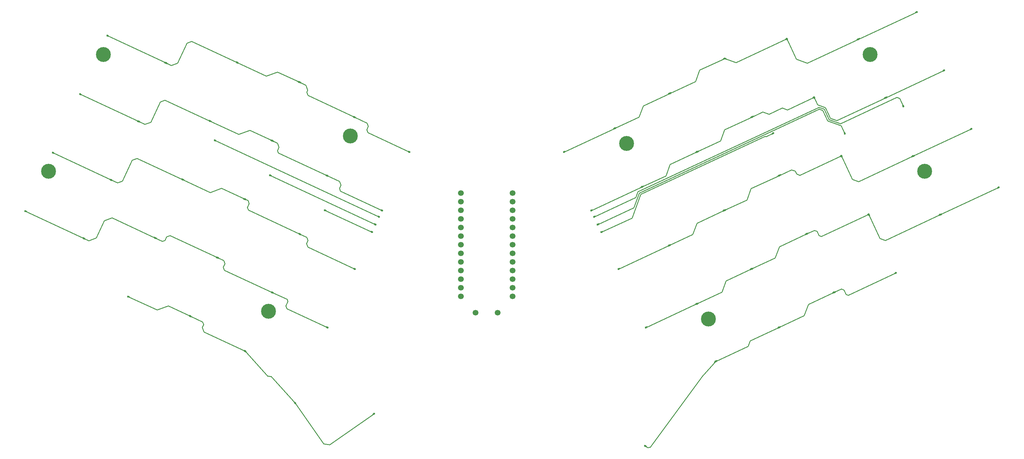
<source format=gbr>
%TF.GenerationSoftware,KiCad,Pcbnew,8.0.7*%
%TF.CreationDate,2024-12-25T21:28:18-05:00*%
%TF.ProjectId,mx,6d782e6b-6963-4616-945f-706362585858,v1.0.0*%
%TF.SameCoordinates,Original*%
%TF.FileFunction,Copper,L1,Top*%
%TF.FilePolarity,Positive*%
%FSLAX46Y46*%
G04 Gerber Fmt 4.6, Leading zero omitted, Abs format (unit mm)*
G04 Created by KiCad (PCBNEW 8.0.7) date 2024-12-25 21:28:18*
%MOMM*%
%LPD*%
G01*
G04 APERTURE LIST*
%TA.AperFunction,ComponentPad*%
%ADD10C,0.600000*%
%TD*%
%TA.AperFunction,ComponentPad*%
%ADD11C,0.700000*%
%TD*%
%TA.AperFunction,ComponentPad*%
%ADD12C,4.400000*%
%TD*%
%TA.AperFunction,ComponentPad*%
%ADD13C,1.700000*%
%TD*%
%TA.AperFunction,Conductor*%
%ADD14C,0.250000*%
%TD*%
G04 APERTURE END LIST*
D10*
%TO.P,REF\u002A\u002A,1*%
%TO.N,G4*%
X239401165Y-147060775D03*
%TD*%
%TO.P,REF\u002A\u002A,1*%
%TO.N,G8*%
X341443616Y-146426334D03*
%TD*%
%TO.P,REF\u002A\u002A,1*%
%TO.N,G2*%
X317290980Y-94630843D03*
%TD*%
%TO.P,REF\u002A\u002A,1*%
%TO.N,G20*%
X97042937Y-136155501D03*
%TD*%
%TO.P,REF\u002A\u002A,1*%
%TO.N,G9*%
X328425765Y-163585607D03*
%TD*%
D11*
%TO.P,_69,1*%
%TO.N,N/C*%
X271608388Y-177915241D03*
X271553304Y-176653589D03*
X272539466Y-178768413D03*
X272406476Y-175722511D03*
D12*
X273103797Y-177217920D03*
D11*
X273801118Y-178713329D03*
X273668128Y-175667427D03*
X274654290Y-177782251D03*
X274599206Y-176520599D03*
%TD*%
D10*
%TO.P,REF\u002A\u002A,1*%
%TO.N,G8*%
X302053183Y-152105547D03*
%TD*%
%TO.P,REF\u002A\u002A,1*%
%TO.N,G20*%
X136433374Y-141834722D03*
%TD*%
%TO.P,REF\u002A\u002A,1*%
%TO.N,G8*%
X269635946Y-172738843D03*
%TD*%
%TO.P,REF\u002A\u002A,1*%
%TO.N,G10*%
X151272137Y-202009037D03*
%TD*%
%TO.P,REF\u002A\u002A,1*%
%TO.N,G18*%
X173941688Y-151550164D03*
%TD*%
D11*
%TO.P,_68,1*%
%TO.N,N/C*%
X141893621Y-174254836D03*
X141838537Y-175516489D03*
X142824698Y-173401664D03*
X144086351Y-173456748D03*
D12*
X143389030Y-174952157D03*
D11*
X142691709Y-176447566D03*
X143953362Y-176502650D03*
X144939523Y-174387825D03*
X144884439Y-175649478D03*
%TD*%
D10*
%TO.P,REF\u002A\u002A,1*%
%TO.N,G29*%
X152535129Y-107304393D03*
%TD*%
%TO.P,REF\u002A\u002A,1*%
%TO.N,G10*%
X174567025Y-205125970D03*
%TD*%
%TO.P,REF\u002A\u002A,1*%
%TO.N,G8*%
X254636554Y-179733171D03*
%TD*%
%TO.P,REF\u002A\u002A,1*%
%TO.N,G19*%
X110060789Y-153314778D03*
%TD*%
%TO.P,REF\u002A\u002A,1*%
%TO.N,G7*%
X246585680Y-162468012D03*
%TD*%
%TO.P,REF\u002A\u002A,1*%
%TO.N,G8*%
X285844563Y-162422198D03*
%TD*%
D13*
%TO.P,RST1,1*%
%TO.N,RST*%
X204468140Y-175345620D03*
%TO.P,RST1,2*%
%TO.N,GND*%
X210968140Y-175345616D03*
%TD*%
D10*
%TO.P,REF\u002A\u002A,1*%
%TO.N,G6*%
X292264593Y-122382578D03*
%TD*%
%TO.P,REF\u002A\u002A,1*%
%TO.N,G6*%
X241514258Y-151592316D03*
%TD*%
%TO.P,REF\u002A\u002A,1*%
%TO.N,G2*%
X245483312Y-120943354D03*
%TD*%
D11*
%TO.P,_70,1*%
%TO.N,N/C*%
X335365181Y-134337575D03*
X335310097Y-133075923D03*
X336296259Y-135190747D03*
X336163269Y-132144845D03*
D12*
X336860590Y-133640254D03*
D11*
X337557911Y-135135663D03*
X337424921Y-132089761D03*
X338411083Y-134204585D03*
X338355999Y-132942933D03*
%TD*%
D10*
%TO.P,REF\u002A\u002A,1*%
%TO.N,G28*%
X160692872Y-134886202D03*
%TD*%
%TO.P,REF\u002A\u002A,1*%
%TO.N,G10*%
X136540235Y-186681693D03*
%TD*%
%TO.P,REF\u002A\u002A,1*%
%TO.N,G27*%
X176035119Y-147060778D03*
%TD*%
%TO.P,REF\u002A\u002A,1*%
%TO.N,G5*%
X313333323Y-122488468D03*
%TD*%
%TO.P,REF\u002A\u002A,1*%
%TO.N,G26*%
X143792520Y-134784259D03*
%TD*%
%TO.P,REF\u002A\u002A,1*%
%TO.N,G20*%
X79777774Y-128104626D03*
%TD*%
D11*
%TO.P,_65,1*%
%TO.N,N/C*%
X166046259Y-122459343D03*
X165991175Y-123720996D03*
X166977336Y-121606171D03*
X168238989Y-121661255D03*
D12*
X167541668Y-123156664D03*
D11*
X166844347Y-124652073D03*
X168106000Y-124707157D03*
X169092161Y-122592332D03*
X169037077Y-123853985D03*
%TD*%
D10*
%TO.P,REF\u002A\u002A,1*%
%TO.N,G7*%
X312324015Y-129055282D03*
%TD*%
%TO.P,REF\u002A\u002A,1*%
%TO.N,G3*%
X342607023Y-103845130D03*
%TD*%
D11*
%TO.P,_72,1*%
%TO.N,N/C*%
X247455756Y-126119755D03*
X247400672Y-124858103D03*
X248386834Y-126972927D03*
X248253844Y-123927025D03*
D12*
X248951165Y-125422434D03*
D11*
X249648486Y-126917843D03*
X249515496Y-123871941D03*
X250501658Y-125986765D03*
X250446574Y-124725113D03*
%TD*%
D10*
%TO.P,REF\u002A\u002A,1*%
%TO.N,G28*%
X144484250Y-124569554D03*
%TD*%
%TO.P,REF\u002A\u002A,1*%
%TO.N,G9*%
X254426222Y-214618658D03*
%TD*%
%TO.P,REF\u002A\u002A,1*%
%TO.N,G3*%
X285951425Y-117575225D03*
%TD*%
%TO.P,REF\u002A\u002A,1*%
%TO.N,G2*%
X277900546Y-100310057D03*
%TD*%
%TO.P,REF\u002A\u002A,1*%
%TO.N,G28*%
X126162545Y-118784448D03*
%TD*%
%TO.P,REF\u002A\u002A,1*%
%TO.N,G3*%
X269742810Y-127891874D03*
%TD*%
%TO.P,REF\u002A\u002A,1*%
%TO.N,G7*%
X333392744Y-129161172D03*
%TD*%
D11*
%TO.P,_71,1*%
%TO.N,N/C*%
X319263425Y-99807243D03*
X319208341Y-98545591D03*
X320194503Y-100660415D03*
X320061513Y-97614513D03*
D12*
X320758834Y-99109922D03*
D11*
X321456155Y-100605331D03*
X321323165Y-97559429D03*
X322309327Y-99674253D03*
X322254243Y-98412601D03*
%TD*%
D10*
%TO.P,REF\u002A\u002A,1*%
%TO.N,G19*%
X144591111Y-169416530D03*
%TD*%
%TO.P,REF\u002A\u002A,1*%
%TO.N,G10*%
X120331619Y-176365046D03*
%TD*%
%TO.P,REF\u002A\u002A,1*%
%TO.N,G29*%
X184952368Y-127937687D03*
%TD*%
%TO.P,REF\u002A\u002A,1*%
%TO.N,G4*%
X330598487Y-114437587D03*
%TD*%
%TO.P,REF\u002A\u002A,1*%
%TO.N,G7*%
X294002302Y-134840385D03*
%TD*%
%TO.P,REF\u002A\u002A,1*%
%TO.N,G28*%
X176901487Y-145202849D03*
%TD*%
%TO.P,REF\u002A\u002A,1*%
%TO.N,G2*%
X230483920Y-127937687D03*
%TD*%
%TO.P,REF\u002A\u002A,1*%
%TO.N,G28*%
X105093816Y-118890340D03*
%TD*%
%TO.P,REF\u002A\u002A,1*%
%TO.N,G9*%
X275238254Y-189709991D03*
%TD*%
%TO.P,REF\u002A\u002A,1*%
%TO.N,G29*%
X113144695Y-101625176D03*
%TD*%
D13*
%TO.P,MCU1,1*%
%TO.N,D+*%
X215338143Y-140010617D03*
%TO.P,MCU1,2*%
%TO.N,G0*%
X215338145Y-142550618D03*
%TO.P,MCU1,3*%
%TO.N,G1*%
X215338143Y-145090618D03*
%TO.P,MCU1,4*%
%TO.N,GND*%
X215338144Y-147630617D03*
%TO.P,MCU1,5*%
X215338146Y-150170618D03*
%TO.P,MCU1,6*%
%TO.N,G2*%
X215338145Y-152710618D03*
%TO.P,MCU1,7*%
%TO.N,G3*%
X215338146Y-155250618D03*
%TO.P,MCU1,8*%
%TO.N,G4*%
X215338144Y-157790618D03*
%TO.P,MCU1,9*%
%TO.N,G5*%
X215338146Y-160330619D03*
%TO.P,MCU1,10*%
%TO.N,G6*%
X215338146Y-162870617D03*
%TO.P,MCU1,11*%
%TO.N,G7*%
X215338144Y-165410618D03*
%TO.P,MCU1,12*%
%TO.N,G8*%
X215338145Y-167950618D03*
%TO.P,MCU1,13*%
%TO.N,G9*%
X215338144Y-170490618D03*
%TO.P,MCU1,14*%
%TO.N,G10*%
X200098147Y-170490619D03*
%TO.P,MCU1,15*%
%TO.N,G19*%
X200098145Y-167950618D03*
%TO.P,MCU1,16*%
%TO.N,G20*%
X200098147Y-165410618D03*
%TO.P,MCU1,17*%
%TO.N,G18*%
X200098146Y-162870619D03*
%TO.P,MCU1,18*%
%TO.N,G26*%
X200098144Y-160330618D03*
%TO.P,MCU1,19*%
%TO.N,G27*%
X200098145Y-157790618D03*
%TO.P,MCU1,20*%
%TO.N,G28*%
X200098144Y-155250618D03*
%TO.P,MCU1,21*%
%TO.N,G29*%
X200098146Y-152710618D03*
%TO.P,MCU1,22*%
%TO.N,VCC*%
X200098144Y-150170617D03*
%TO.P,MCU1,23*%
%TO.N,RST*%
X200098144Y-147630619D03*
%TO.P,MCU1,24*%
%TO.N,GND*%
X200098146Y-145090618D03*
%TO.P,MCU1,25*%
%TO.N,RAW*%
X200098145Y-142550618D03*
%TO.P,MCU1,26*%
%TO.N,D-*%
X200098146Y-140010618D03*
%TD*%
D10*
%TO.P,REF\u002A\u002A,1*%
%TO.N,G2*%
X261691931Y-110626707D03*
%TD*%
%TO.P,REF\u002A\u002A,1*%
%TO.N,G3*%
X325341857Y-111896009D03*
%TD*%
%TO.P,REF\u002A\u002A,1*%
%TO.N,G5*%
X240457710Y-149326549D03*
%TD*%
%TO.P,REF\u002A\u002A,1*%
%TO.N,G8*%
X320374889Y-146320441D03*
%TD*%
%TO.P,REF\u002A\u002A,1*%
%TO.N,G20*%
X118111666Y-136049610D03*
%TD*%
%TO.P,REF\u002A\u002A,1*%
%TO.N,G29*%
X168743747Y-117621036D03*
%TD*%
%TO.P,REF\u002A\u002A,1*%
%TO.N,G19*%
X88992060Y-153420668D03*
%TD*%
%TO.P,REF\u002A\u002A,1*%
%TO.N,G7*%
X277793685Y-145157033D03*
%TD*%
%TO.P,REF\u002A\u002A,1*%
%TO.N,G2*%
X296222255Y-94524953D03*
%TD*%
D11*
%TO.P,_67,1*%
%TO.N,N/C*%
X77080285Y-132942927D03*
X77025201Y-134204580D03*
X78011362Y-132089755D03*
X79273015Y-132144839D03*
D12*
X78575694Y-133640248D03*
D11*
X77878373Y-135135657D03*
X79140026Y-135190741D03*
X80126187Y-133075916D03*
X80071103Y-134337569D03*
%TD*%
D10*
%TO.P,REF\u002A\u002A,1*%
%TO.N,G7*%
X261585068Y-155473683D03*
%TD*%
%TO.P,REF\u002A\u002A,1*%
%TO.N,G3*%
X253534189Y-138208519D03*
%TD*%
%TO.P,REF\u002A\u002A,1*%
%TO.N,G28*%
X87828650Y-110839461D03*
%TD*%
%TO.P,REF\u002A\u002A,1*%
%TO.N,G10*%
X102009910Y-170579941D03*
%TD*%
%TO.P,REF\u002A\u002A,1*%
%TO.N,G19*%
X128382497Y-159099881D03*
%TD*%
%TO.P,REF\u002A\u002A,1*%
%TO.N,G20*%
X152641990Y-152151368D03*
%TD*%
%TO.P,REF\u002A\u002A,1*%
%TO.N,G27*%
X127583903Y-124467608D03*
%TD*%
%TO.P,REF\u002A\u002A,1*%
%TO.N,G20*%
X168850609Y-162468014D03*
%TD*%
%TO.P,REF\u002A\u002A,1*%
%TO.N,G3*%
X304273134Y-111790115D03*
%TD*%
%TO.P,REF\u002A\u002A,1*%
%TO.N,G19*%
X160799730Y-179733175D03*
%TD*%
%TO.P,REF\u002A\u002A,1*%
%TO.N,G26*%
X174978573Y-149326552D03*
%TD*%
%TO.P,REF\u002A\u002A,1*%
%TO.N,G29*%
X134213422Y-101519286D03*
%TD*%
%TO.P,REF\u002A\u002A,1*%
%TO.N,G7*%
X350657903Y-121110291D03*
%TD*%
%TO.P,REF\u002A\u002A,1*%
%TO.N,G3*%
X238534797Y-145202846D03*
%TD*%
D11*
%TO.P,_66,1*%
%TO.N,N/C*%
X93182040Y-98412602D03*
X93126956Y-99674255D03*
X94113117Y-97559430D03*
X95374770Y-97614514D03*
D12*
X94677449Y-99109923D03*
D11*
X93980128Y-100605332D03*
X95241781Y-100660416D03*
X96227942Y-98545591D03*
X96172858Y-99807244D03*
%TD*%
D10*
%TO.P,REF\u002A\u002A,1*%
%TO.N,G9*%
X310104056Y-169370714D03*
%TD*%
%TO.P,REF\u002A\u002A,1*%
%TO.N,G18*%
X160001142Y-145100904D03*
%TD*%
%TO.P,REF\u002A\u002A,1*%
%TO.N,G2*%
X334556145Y-86579969D03*
%TD*%
%TO.P,REF\u002A\u002A,1*%
%TO.N,G29*%
X95879530Y-93574298D03*
%TD*%
%TO.P,REF\u002A\u002A,1*%
%TO.N,G8*%
X358708781Y-138375452D03*
%TD*%
%TO.P,REF\u002A\u002A,1*%
%TO.N,G19*%
X71726894Y-145369787D03*
%TD*%
%TO.P,REF\u002A\u002A,1*%
%TO.N,G9*%
X293895445Y-179687359D03*
%TD*%
D14*
%TO.N,G4*%
X308659581Y-118327631D02*
X312034334Y-119555938D01*
X305742367Y-114710669D02*
X252286111Y-139637735D01*
X307224519Y-115250128D02*
X305742367Y-114710669D01*
X329510184Y-112103718D02*
X328670822Y-111798216D01*
X251665952Y-141341612D02*
X239401165Y-147060775D01*
X328670822Y-111798216D02*
X312034334Y-119555938D01*
X308659581Y-118327631D02*
X307224519Y-115250128D01*
X330598487Y-114437587D02*
X329510184Y-112103718D01*
X252286111Y-139637735D02*
X251665952Y-141341612D01*
%TO.N,G5*%
X252685125Y-140003361D02*
X305765975Y-115251350D01*
X313333323Y-122488468D02*
X312250701Y-120166778D01*
X306809518Y-115631168D02*
X305765975Y-115251350D01*
X308244582Y-118708672D02*
X306809518Y-115631168D01*
X252685125Y-140003361D02*
X251097584Y-144365094D01*
X308683187Y-118868312D02*
X308244582Y-118708672D01*
X251097584Y-144365094D02*
X240457710Y-149326549D01*
X308683190Y-118868310D02*
X308683187Y-118868312D01*
X312250701Y-120166778D02*
X308683190Y-118868310D01*
%TO.N,G6*%
X253100975Y-140361135D02*
X250546056Y-147380720D01*
X292264593Y-122382578D02*
X290134017Y-123376081D01*
X250546056Y-147380720D02*
X241514258Y-151592316D01*
X289792280Y-123251699D02*
X253100975Y-140361135D01*
X290134017Y-123376081D02*
X289792280Y-123251699D01*
%TO.N,G27*%
X127583904Y-124467608D02*
X176035119Y-147060778D01*
%TO.N,G26*%
X143792520Y-134784259D02*
X174978573Y-149326552D01*
%TO.N,G18*%
X173804305Y-151537422D02*
X173866120Y-151514925D01*
X173879873Y-151572663D02*
X173941689Y-151550161D01*
X160001142Y-145100904D02*
X173879873Y-151572663D01*
%TO.N,G19*%
X149096720Y-172049839D02*
X148502960Y-173323162D01*
X110060789Y-153314778D02*
X112056170Y-154245241D01*
X113301628Y-152916559D02*
X114324178Y-152544381D01*
X112056170Y-154245241D02*
X112809999Y-153970865D01*
X92563248Y-153276466D02*
X94950036Y-148157985D01*
X88992060Y-153420668D02*
X71726897Y-145369790D01*
X112809999Y-153970865D02*
X113301628Y-152916559D01*
X90383890Y-154069690D02*
X92563248Y-153276466D01*
X94950036Y-148157985D02*
X97225741Y-147329695D01*
X130382637Y-162791010D02*
X144591111Y-169416530D01*
X97225741Y-147329695D02*
X110060789Y-153314778D01*
X148863377Y-171408718D02*
X149096720Y-172049839D01*
X130539785Y-160856503D02*
X130056080Y-161893805D01*
X71726897Y-145369790D02*
X71726894Y-145369787D01*
X130210713Y-159952392D02*
X130539785Y-160856503D01*
X148799275Y-174137271D02*
X160799730Y-179733175D01*
X88992060Y-153420668D02*
X90383890Y-154069690D01*
X148502960Y-173323162D02*
X148799275Y-174137271D01*
X144591111Y-169416530D02*
X148863377Y-171408718D01*
X114324178Y-152544381D02*
X128382497Y-159099881D01*
X130056080Y-161893805D02*
X130382637Y-162791010D01*
X128382497Y-159099881D02*
X130210713Y-159952392D01*
%TO.N,G20*%
X154688313Y-153105579D02*
X152641990Y-152151368D01*
X137162589Y-144236833D02*
X137467856Y-145075549D01*
X137467856Y-145075549D02*
X152641990Y-152151368D01*
X129550581Y-138620681D02*
X129552569Y-138626149D01*
X137346950Y-142260728D02*
X137670081Y-143148519D01*
X154979268Y-155999701D02*
X154604422Y-154969823D01*
X118111666Y-136049610D02*
X126222801Y-139831894D01*
X168850609Y-162468014D02*
X154979268Y-155999701D01*
X100304113Y-136499916D02*
X103194427Y-130301616D01*
X136433374Y-141834722D02*
X137346950Y-142260728D01*
X155032616Y-154051556D02*
X154688313Y-153105579D01*
X154604422Y-154969823D02*
X155032616Y-154051556D01*
X97042937Y-136155501D02*
X98887360Y-137015570D01*
X129552569Y-138626149D02*
X136433374Y-141834722D01*
X126222801Y-139831894D02*
X129550581Y-138620681D01*
X98887360Y-137015570D02*
X100304113Y-136499916D01*
X79777774Y-128104626D02*
X97042937Y-136155501D01*
X137670081Y-143148519D02*
X137162589Y-144236833D01*
X104649397Y-129772052D02*
X118111666Y-136049610D01*
X103194427Y-130301616D02*
X104649397Y-129772052D01*
%TO.N,G28*%
X146001264Y-127479879D02*
X146461178Y-126493590D01*
X146021848Y-125286549D02*
X144484250Y-124569554D01*
X146244786Y-128148952D02*
X146119246Y-127804026D01*
X146119246Y-127804026D02*
X146001264Y-127479879D01*
X160692872Y-134886202D02*
X164339093Y-136586464D01*
X144484250Y-124569554D02*
X137917873Y-121507601D01*
X112848056Y-112572542D02*
X112849484Y-112576469D01*
X106890791Y-119728285D02*
X108644387Y-119090025D01*
X164580455Y-139457460D02*
X176901487Y-145202849D01*
X105093816Y-118890340D02*
X106890791Y-119728285D01*
X160692872Y-134886202D02*
X146244786Y-128148952D01*
X137917873Y-121507601D02*
X134595554Y-122716825D01*
X112849484Y-112576469D02*
X126162545Y-118784448D01*
X134595554Y-122716825D02*
X126162545Y-118784448D01*
X164734058Y-137671623D02*
X164282739Y-138639487D01*
X108644387Y-119090025D02*
X111445492Y-113083036D01*
X164339093Y-136586464D02*
X164734058Y-137671623D01*
X146461178Y-126493590D02*
X146021848Y-125286549D01*
X111445492Y-113083036D02*
X112848056Y-112572542D01*
X87828650Y-110839461D02*
X105093816Y-118890340D01*
X164282739Y-138639487D02*
X164580455Y-139457460D01*
%TO.N,G29*%
X114708757Y-102354513D02*
X116542059Y-101687246D01*
X172352256Y-121304764D02*
X172804237Y-120335482D01*
X154943466Y-109609269D02*
X154642145Y-110255456D01*
X172804237Y-120335482D02*
X172444332Y-119346648D01*
X119313430Y-95744022D02*
X120725866Y-95229936D01*
X116542059Y-101687246D02*
X119313430Y-95744022D01*
X184952368Y-127937687D02*
X172684275Y-122216985D01*
X172444332Y-119346648D02*
X168743747Y-117621036D01*
X154425380Y-108185832D02*
X154943466Y-109609269D01*
X142711110Y-105481823D02*
X146033426Y-104272598D01*
X113144695Y-101625176D02*
X114708757Y-102354513D01*
X146033426Y-104272598D02*
X152535129Y-107304393D01*
X154988415Y-111206821D02*
X168743747Y-117621036D01*
X172684275Y-122216985D02*
X172352256Y-121304764D01*
X95879530Y-93574298D02*
X113144695Y-101625176D01*
X134213422Y-101519286D02*
X142711110Y-105481823D01*
X154642145Y-110255456D02*
X154988415Y-111206821D01*
X120725866Y-95229936D02*
X134213422Y-101519286D01*
X152535129Y-107304393D02*
X154425380Y-108185832D01*
%TO.N,G10*%
X136540235Y-186681693D02*
X124354154Y-180999228D01*
X159671960Y-214005221D02*
X161440724Y-214317104D01*
X102009910Y-170579941D02*
X110508669Y-174542977D01*
X124354154Y-180999228D02*
X123865422Y-179656457D01*
X123865422Y-179656457D02*
X124246041Y-178840221D01*
X143186447Y-194063056D02*
X136540235Y-186681693D01*
X110508669Y-174542977D02*
X113830983Y-173333753D01*
X151272137Y-202009037D02*
X144163658Y-194114271D01*
X113830983Y-173333753D02*
X120331619Y-176365046D01*
X123961167Y-178057530D02*
X120331619Y-176365046D01*
X174567025Y-205125970D02*
X161440724Y-214317104D01*
X124246041Y-178840221D02*
X123961167Y-178057530D01*
X144163658Y-194114271D02*
X143186447Y-194063056D01*
X151272137Y-202009037D02*
X159671960Y-214005221D01*
%TO.N,G8*%
X277089114Y-169263375D02*
X278298336Y-165941065D01*
X269635946Y-172738843D02*
X269073727Y-173001010D01*
X341443616Y-146426334D02*
X325247519Y-153978699D01*
X320374889Y-146320441D02*
X306425691Y-152825056D01*
X306425691Y-152825056D02*
X305735127Y-152573713D01*
X323679943Y-153408148D02*
X320374889Y-146320441D01*
X269073724Y-173001008D02*
X254636554Y-179733171D01*
X358708781Y-138375452D02*
X341443616Y-146426334D01*
X325247519Y-153978699D02*
X323679943Y-153408148D01*
X269635946Y-172738843D02*
X277089114Y-169263375D01*
X292781092Y-159187643D02*
X293990318Y-155865321D01*
X305140414Y-151298344D02*
X304378745Y-151021120D01*
X285844563Y-162422198D02*
X292781092Y-159187643D01*
X305735127Y-152573713D02*
X305140414Y-151298344D01*
X293990318Y-155865321D02*
X302053183Y-152105547D01*
X304378745Y-151021120D02*
X302053183Y-152105547D01*
X269073727Y-173001010D02*
X269073724Y-173001008D01*
X278298336Y-165941065D02*
X285844563Y-162422198D01*
%TO.N,G7*%
X298677860Y-133560185D02*
X297593828Y-133165630D01*
X317391292Y-136622772D02*
X333392744Y-129161172D01*
X261585068Y-155473683D02*
X268461925Y-152266951D01*
X297593828Y-133165630D02*
X294002302Y-134840385D01*
X261585068Y-155473683D02*
X246585681Y-162468012D01*
X284471813Y-142042973D02*
X285681036Y-138720656D01*
X246585681Y-162468012D02*
X246585680Y-162468012D01*
X269682644Y-148913056D02*
X269714222Y-148924548D01*
X350657904Y-121110295D02*
X350657903Y-121110291D01*
X312324015Y-129055282D02*
X315538296Y-135948338D01*
X312324015Y-129055282D02*
X300074403Y-134767368D01*
X299070374Y-134401929D02*
X298677860Y-133560185D01*
X315538296Y-135948338D02*
X317391292Y-136622772D01*
X300074403Y-134767368D02*
X299070374Y-134401929D01*
X268461925Y-152266951D02*
X269682644Y-148913056D01*
X333392744Y-129161172D02*
X350657904Y-121110295D01*
X277793685Y-145157033D02*
X284471813Y-142042973D01*
X269714222Y-148924548D02*
X277793685Y-145157033D01*
X285681036Y-138720656D02*
X294002302Y-134840385D01*
%TO.N,G3*%
X290960462Y-116749991D02*
X289141168Y-116087825D01*
X308491991Y-116785134D02*
X309025207Y-117928618D01*
X304273134Y-111790115D02*
X305304469Y-114001819D01*
X253077500Y-138421472D02*
X238534797Y-145202846D01*
X261774985Y-131607330D02*
X269742810Y-127891874D01*
X260565757Y-134929645D02*
X261774985Y-131607330D01*
X305304469Y-114001819D02*
X307580385Y-114830185D01*
X307580385Y-114830185D02*
X307590145Y-114851116D01*
X276658548Y-124667011D02*
X277867773Y-121344698D01*
X310923333Y-118619479D02*
X325341857Y-111896009D01*
X309025207Y-117928618D02*
X310923333Y-118619479D01*
X253534189Y-138208519D02*
X260565757Y-134929645D01*
X325341857Y-111896009D02*
X342607023Y-103845129D01*
X253077503Y-138421475D02*
X253077500Y-138421472D01*
X277867773Y-121344698D02*
X285951425Y-117575225D01*
X253534189Y-138208519D02*
X253077503Y-138421475D01*
X289141168Y-116087825D02*
X285951425Y-117575225D01*
X294863095Y-114930164D02*
X296366114Y-115477220D01*
X269742810Y-127891874D02*
X276658548Y-124667011D01*
X304273134Y-111790115D02*
X296366114Y-115477220D01*
X307590145Y-114851116D02*
X308491991Y-116785134D01*
X294863095Y-114930164D02*
X290960462Y-116749991D01*
X342607023Y-103845129D02*
X342607023Y-103845130D01*
%TO.N,G2*%
X296222255Y-94524953D02*
X299012752Y-100509195D01*
X270495875Y-103762912D02*
X277900546Y-100310057D01*
X245483312Y-120943354D02*
X245423252Y-120971361D01*
X245483312Y-120943354D02*
X252639075Y-117606566D01*
X334556145Y-86579969D02*
X317290988Y-94630844D01*
X269286650Y-107085232D02*
X270495875Y-103762912D01*
X281222865Y-101519284D02*
X277900546Y-100310057D01*
X252639075Y-117606566D02*
X253854314Y-114267726D01*
X299012752Y-100509195D02*
X302198343Y-101668655D01*
X261691931Y-110626707D02*
X269286650Y-107085232D01*
X296222255Y-94524953D02*
X281222865Y-101519284D01*
X253870840Y-114273741D02*
X261691931Y-110626707D01*
X253854314Y-114267726D02*
X253870840Y-114273741D01*
X245423252Y-120971361D02*
X230483920Y-127937687D01*
X302198343Y-101668655D02*
X317290980Y-94630843D01*
X317290988Y-94630844D02*
X317290980Y-94630843D01*
%TO.N,G9*%
X271326733Y-194053753D02*
X271327174Y-194053685D01*
X328425765Y-163585607D02*
X314300883Y-170172147D01*
X314300883Y-170172147D02*
X313869056Y-170014977D01*
X313682053Y-169946912D02*
X313075443Y-168646035D01*
X255884723Y-215069859D02*
X271326733Y-194053753D01*
X275238254Y-189709991D02*
X271327174Y-194053685D01*
X275238254Y-189709991D02*
X284829720Y-185237419D01*
X312279441Y-168356316D02*
X310104056Y-169370714D01*
X255185735Y-215176729D02*
X255884723Y-215069859D01*
X254426222Y-214618658D02*
X255185735Y-215176729D01*
X313075443Y-168646035D02*
X312279441Y-168356316D01*
X310104056Y-169370714D02*
X302535367Y-172900055D01*
X313869056Y-170014977D02*
X313682053Y-169946912D01*
X301326137Y-176222368D02*
X302535367Y-172900055D01*
X285409527Y-183644408D02*
X293895445Y-179687359D01*
X284829720Y-185237419D02*
X285409527Y-183644408D01*
X301326137Y-176222368D02*
X293895445Y-179687359D01*
%TD*%
%TA.AperFunction,Conductor*%
%TO.N,G20*%
G36*
X79998138Y-127900060D02*
G01*
X80365994Y-128238139D01*
X80369767Y-128246260D01*
X80368681Y-128251698D01*
X80270284Y-128462713D01*
X80263682Y-128468762D01*
X80258117Y-128469363D01*
X79787880Y-128405988D01*
X79780139Y-128401487D01*
X79777743Y-128394428D01*
X79776882Y-128109089D01*
X79780283Y-128100810D01*
X79981976Y-127900373D01*
X79990258Y-127896974D01*
X79998138Y-127900060D01*
G37*
%TD.AperFunction*%
%TD*%
%TA.AperFunction,Conductor*%
%TO.N,G9*%
G36*
X254645272Y-214416144D02*
G01*
X254646396Y-214417456D01*
X254974239Y-214863028D01*
X254976382Y-214871723D01*
X254974243Y-214876890D01*
X254836374Y-215064525D01*
X254828714Y-215069163D01*
X254823202Y-215068682D01*
X254323231Y-214899812D01*
X254316489Y-214893918D01*
X254315890Y-214884983D01*
X254316139Y-214884316D01*
X254424519Y-214620252D01*
X254427093Y-214616400D01*
X254628727Y-214416089D01*
X254637011Y-214412690D01*
X254645272Y-214416144D01*
G37*
%TD.AperFunction*%
%TD*%
%TA.AperFunction,Conductor*%
%TO.N,G2*%
G36*
X262180931Y-110264260D02*
G01*
X262184440Y-110268618D01*
X262262689Y-110436424D01*
X262282838Y-110479634D01*
X262283228Y-110488581D01*
X262280151Y-110493193D01*
X261912295Y-110831272D01*
X261903885Y-110834348D01*
X261896131Y-110830957D01*
X261694491Y-110630573D01*
X261691039Y-110622314D01*
X261691900Y-110336903D01*
X261695352Y-110328641D01*
X261702034Y-110325345D01*
X262172275Y-110261969D01*
X262180931Y-110264260D01*
G37*
%TD.AperFunction*%
%TD*%
%TA.AperFunction,Conductor*%
%TO.N,G29*%
G36*
X168733641Y-117319674D02*
G01*
X168741381Y-117324174D01*
X168743777Y-117331233D01*
X168744638Y-117616570D01*
X168741236Y-117624853D01*
X168741185Y-117624904D01*
X168539546Y-117825286D01*
X168531262Y-117828687D01*
X168523382Y-117825601D01*
X168155526Y-117487522D01*
X168151753Y-117479401D01*
X168152838Y-117473966D01*
X168251238Y-117262945D01*
X168257838Y-117256899D01*
X168263401Y-117256298D01*
X168733641Y-117319674D01*
G37*
%TD.AperFunction*%
%TD*%
%TA.AperFunction,Conductor*%
%TO.N,G20*%
G36*
X152631884Y-151850006D02*
G01*
X152639624Y-151854506D01*
X152642020Y-151861565D01*
X152642881Y-152146902D01*
X152639479Y-152155185D01*
X152639428Y-152155236D01*
X152437789Y-152355618D01*
X152429505Y-152359019D01*
X152421625Y-152355933D01*
X152053769Y-152017853D01*
X152049996Y-152009732D01*
X152051081Y-152004297D01*
X152149481Y-151793277D01*
X152156081Y-151787231D01*
X152161644Y-151786630D01*
X152631884Y-151850006D01*
G37*
%TD.AperFunction*%
%TD*%
%TA.AperFunction,Conductor*%
%TO.N,G5*%
G36*
X240946710Y-148964102D02*
G01*
X240950219Y-148968460D01*
X240982062Y-149036746D01*
X241048617Y-149179475D01*
X241049007Y-149188422D01*
X241045930Y-149193034D01*
X240678074Y-149531114D01*
X240669664Y-149534190D01*
X240661910Y-149530799D01*
X240460270Y-149330415D01*
X240456818Y-149322156D01*
X240457679Y-149036745D01*
X240461131Y-149028483D01*
X240467813Y-149025187D01*
X240938054Y-148961811D01*
X240946710Y-148964102D01*
G37*
%TD.AperFunction*%
%TD*%
%TA.AperFunction,Conductor*%
%TO.N,G5*%
G36*
X313199807Y-121900246D02*
G01*
X313372540Y-122088192D01*
X313537888Y-122268103D01*
X313540964Y-122276513D01*
X313537573Y-122284267D01*
X313337191Y-122485906D01*
X313328929Y-122489359D01*
X313328857Y-122489359D01*
X313043520Y-122488498D01*
X313035257Y-122485046D01*
X313031961Y-122478363D01*
X312968585Y-122008122D01*
X312970876Y-121999467D01*
X312975231Y-121995960D01*
X313186252Y-121897559D01*
X313195197Y-121897170D01*
X313199807Y-121900246D01*
G37*
%TD.AperFunction*%
%TD*%
%TA.AperFunction,Conductor*%
%TO.N,G2*%
G36*
X317779982Y-94268400D02*
G01*
X317783492Y-94272759D01*
X317881889Y-94483772D01*
X317882279Y-94492719D01*
X317879202Y-94497332D01*
X317511344Y-94835408D01*
X317502934Y-94838483D01*
X317495180Y-94835092D01*
X317410272Y-94750714D01*
X317293540Y-94634709D01*
X317290088Y-94626450D01*
X317290949Y-94341040D01*
X317294401Y-94332778D01*
X317301085Y-94329481D01*
X317771326Y-94266109D01*
X317779982Y-94268400D01*
G37*
%TD.AperFunction*%
%TD*%
%TA.AperFunction,Conductor*%
%TO.N,G7*%
G36*
X333188541Y-128956920D02*
G01*
X333390182Y-129157304D01*
X333393635Y-129165565D01*
X333393635Y-129165637D01*
X333392774Y-129450974D01*
X333389322Y-129459237D01*
X333382637Y-129462534D01*
X332912400Y-129525909D01*
X332903743Y-129523618D01*
X332900234Y-129519261D01*
X332801835Y-129308243D01*
X332801446Y-129299298D01*
X332804520Y-129294689D01*
X333172380Y-128956605D01*
X333180789Y-128953530D01*
X333188541Y-128956920D01*
G37*
%TD.AperFunction*%
%TD*%
%TA.AperFunction,Conductor*%
%TO.N,G28*%
G36*
X88049014Y-110634895D02*
G01*
X88416870Y-110972974D01*
X88420643Y-110981095D01*
X88419557Y-110986533D01*
X88321160Y-111197548D01*
X88314558Y-111203597D01*
X88308993Y-111204198D01*
X87838756Y-111140823D01*
X87831015Y-111136322D01*
X87828619Y-111129263D01*
X87827758Y-110843924D01*
X87831159Y-110835645D01*
X88032852Y-110635208D01*
X88041134Y-110631809D01*
X88049014Y-110634895D01*
G37*
%TD.AperFunction*%
%TD*%
%TA.AperFunction,Conductor*%
%TO.N,G10*%
G36*
X150972751Y-201485902D02*
G01*
X151378254Y-201726714D01*
X151383618Y-201733884D01*
X151383103Y-201741218D01*
X151274662Y-202005258D01*
X151268349Y-202011609D01*
X151268282Y-202011636D01*
X151005412Y-202119556D01*
X150996458Y-202119528D01*
X150990313Y-202113565D01*
X150821475Y-201741218D01*
X150783098Y-201656584D01*
X150782804Y-201647636D01*
X150785923Y-201643063D01*
X150958952Y-201487266D01*
X150967391Y-201484279D01*
X150972751Y-201485902D01*
G37*
%TD.AperFunction*%
%TD*%
%TA.AperFunction,Conductor*%
%TO.N,G7*%
G36*
X333881744Y-128798725D02*
G01*
X333885253Y-128803083D01*
X333917096Y-128871369D01*
X333983651Y-129014098D01*
X333984041Y-129023045D01*
X333980964Y-129027657D01*
X333613108Y-129365737D01*
X333604698Y-129368813D01*
X333596944Y-129365422D01*
X333395304Y-129165038D01*
X333391852Y-129156779D01*
X333392713Y-128871368D01*
X333396165Y-128863106D01*
X333402847Y-128859810D01*
X333873088Y-128796434D01*
X333881744Y-128798725D01*
G37*
%TD.AperFunction*%
%TD*%
%TA.AperFunction,Conductor*%
%TO.N,G20*%
G36*
X168840503Y-162166652D02*
G01*
X168848243Y-162171152D01*
X168850639Y-162178211D01*
X168851500Y-162463548D01*
X168848098Y-162471831D01*
X168848047Y-162471882D01*
X168646408Y-162672264D01*
X168638124Y-162675665D01*
X168630244Y-162672579D01*
X168262388Y-162334499D01*
X168258615Y-162326378D01*
X168259700Y-162320943D01*
X168358100Y-162109923D01*
X168364700Y-162103877D01*
X168370263Y-162103276D01*
X168840503Y-162166652D01*
G37*
%TD.AperFunction*%
%TD*%
%TA.AperFunction,Conductor*%
%TO.N,G19*%
G36*
X110050683Y-153013416D02*
G01*
X110058423Y-153017916D01*
X110060819Y-153024975D01*
X110061680Y-153310312D01*
X110058278Y-153318595D01*
X110058227Y-153318646D01*
X109856588Y-153519028D01*
X109848304Y-153522429D01*
X109840424Y-153519343D01*
X109472568Y-153181263D01*
X109468795Y-153173142D01*
X109469880Y-153167707D01*
X109568280Y-152956687D01*
X109574880Y-152950641D01*
X109580443Y-152950040D01*
X110050683Y-153013416D01*
G37*
%TD.AperFunction*%
%TD*%
%TA.AperFunction,Conductor*%
%TO.N,G3*%
G36*
X270231810Y-127529427D02*
G01*
X270235319Y-127533785D01*
X270267162Y-127602071D01*
X270333717Y-127744800D01*
X270334107Y-127753747D01*
X270331030Y-127758359D01*
X269963174Y-128096439D01*
X269954764Y-128099515D01*
X269947010Y-128096124D01*
X269745370Y-127895740D01*
X269741918Y-127887481D01*
X269742779Y-127602070D01*
X269746231Y-127593808D01*
X269752913Y-127590512D01*
X270223154Y-127527136D01*
X270231810Y-127529427D01*
G37*
%TD.AperFunction*%
%TD*%
%TA.AperFunction,Conductor*%
%TO.N,G3*%
G36*
X342402821Y-103640879D02*
G01*
X342604461Y-103841262D01*
X342607914Y-103849523D01*
X342607914Y-103849595D01*
X342607053Y-104134932D01*
X342603601Y-104143195D01*
X342596916Y-104146492D01*
X342126678Y-104209866D01*
X342118021Y-104207575D01*
X342114512Y-104203218D01*
X342016113Y-103992200D01*
X342015724Y-103983255D01*
X342018798Y-103978646D01*
X342386659Y-103640563D01*
X342395067Y-103637488D01*
X342402821Y-103640879D01*
G37*
%TD.AperFunction*%
%TD*%
%TA.AperFunction,Conductor*%
%TO.N,G29*%
G36*
X96099894Y-93369732D02*
G01*
X96467750Y-93707811D01*
X96471523Y-93715932D01*
X96470437Y-93721370D01*
X96372040Y-93932385D01*
X96365438Y-93938434D01*
X96359873Y-93939035D01*
X95889636Y-93875660D01*
X95881895Y-93871159D01*
X95879499Y-93864100D01*
X95878638Y-93578761D01*
X95882039Y-93570482D01*
X96083732Y-93370045D01*
X96092014Y-93366646D01*
X96099894Y-93369732D01*
G37*
%TD.AperFunction*%
%TD*%
%TA.AperFunction,Conductor*%
%TO.N,G10*%
G36*
X120321513Y-176063684D02*
G01*
X120329253Y-176068184D01*
X120331649Y-176075243D01*
X120332510Y-176360580D01*
X120329108Y-176368863D01*
X120329057Y-176368914D01*
X120127418Y-176569296D01*
X120119134Y-176572697D01*
X120111254Y-176569611D01*
X119743398Y-176231532D01*
X119739625Y-176223411D01*
X119740710Y-176217976D01*
X119839110Y-176006955D01*
X119845710Y-176000909D01*
X119851273Y-176000308D01*
X120321513Y-176063684D01*
G37*
%TD.AperFunction*%
%TD*%
%TA.AperFunction,Conductor*%
%TO.N,G8*%
G36*
X255125554Y-179370724D02*
G01*
X255129063Y-179375082D01*
X255207312Y-179542888D01*
X255227461Y-179586098D01*
X255227851Y-179595045D01*
X255224774Y-179599657D01*
X254856918Y-179937736D01*
X254848508Y-179940812D01*
X254840754Y-179937421D01*
X254639114Y-179737037D01*
X254635662Y-179728778D01*
X254636523Y-179443367D01*
X254639975Y-179435105D01*
X254646657Y-179431809D01*
X255116898Y-179368433D01*
X255125554Y-179370724D01*
G37*
%TD.AperFunction*%
%TD*%
%TA.AperFunction,Conductor*%
%TO.N,G10*%
G36*
X174363203Y-204922225D02*
G01*
X174364314Y-204923198D01*
X174557140Y-205114763D01*
X174566164Y-205123728D01*
X174568742Y-205127586D01*
X174676989Y-205391340D01*
X174676960Y-205400295D01*
X174670607Y-205406606D01*
X174669665Y-205406946D01*
X174160068Y-205566681D01*
X174151148Y-205565886D01*
X174146984Y-205562228D01*
X174013427Y-205371489D01*
X174011489Y-205362746D01*
X174013735Y-205357647D01*
X174346797Y-204924368D01*
X174354555Y-204919900D01*
X174363203Y-204922225D01*
G37*
%TD.AperFunction*%
%TD*%
%TA.AperFunction,Conductor*%
%TO.N,G2*%
G36*
X296018052Y-94320701D02*
G01*
X296219693Y-94521085D01*
X296223146Y-94529346D01*
X296223146Y-94529418D01*
X296222285Y-94814755D01*
X296218833Y-94823018D01*
X296212148Y-94826315D01*
X295741911Y-94889690D01*
X295733254Y-94887399D01*
X295729745Y-94883042D01*
X295631346Y-94672024D01*
X295630957Y-94663079D01*
X295634031Y-94658470D01*
X296001891Y-94320386D01*
X296010300Y-94317311D01*
X296018052Y-94320701D01*
G37*
%TD.AperFunction*%
%TD*%
%TA.AperFunction,Conductor*%
%TO.N,G8*%
G36*
X285640360Y-162217946D02*
G01*
X285842001Y-162418330D01*
X285845454Y-162426591D01*
X285845454Y-162426663D01*
X285844593Y-162712000D01*
X285841141Y-162720263D01*
X285834456Y-162723560D01*
X285364220Y-162786936D01*
X285355563Y-162784645D01*
X285352054Y-162780288D01*
X285253654Y-162569269D01*
X285253265Y-162560324D01*
X285256339Y-162555715D01*
X285624199Y-162217631D01*
X285632608Y-162214556D01*
X285640360Y-162217946D01*
G37*
%TD.AperFunction*%
%TD*%
%TA.AperFunction,Conductor*%
%TO.N,G9*%
G36*
X309899853Y-169166462D02*
G01*
X310101494Y-169366846D01*
X310104947Y-169375107D01*
X310104947Y-169375179D01*
X310104086Y-169660516D01*
X310100634Y-169668779D01*
X310093949Y-169672076D01*
X309623713Y-169735452D01*
X309615056Y-169733161D01*
X309611547Y-169728804D01*
X309513147Y-169517785D01*
X309512758Y-169508840D01*
X309515832Y-169504231D01*
X309883692Y-169166147D01*
X309892101Y-169163072D01*
X309899853Y-169166462D01*
G37*
%TD.AperFunction*%
%TD*%
%TA.AperFunction,Conductor*%
%TO.N,G2*%
G36*
X230972920Y-127575240D02*
G01*
X230976429Y-127579598D01*
X231008272Y-127647884D01*
X231074827Y-127790613D01*
X231075217Y-127799560D01*
X231072140Y-127804172D01*
X230704284Y-128142252D01*
X230695874Y-128145328D01*
X230688120Y-128141937D01*
X230486480Y-127941553D01*
X230483028Y-127933294D01*
X230483889Y-127647883D01*
X230487341Y-127639621D01*
X230494023Y-127636325D01*
X230964264Y-127572949D01*
X230972920Y-127575240D01*
G37*
%TD.AperFunction*%
%TD*%
%TA.AperFunction,Conductor*%
%TO.N,G18*%
G36*
X160221506Y-144896338D02*
G01*
X160589362Y-145234418D01*
X160593135Y-145242539D01*
X160592049Y-145247977D01*
X160493652Y-145458991D01*
X160487050Y-145465040D01*
X160481485Y-145465641D01*
X160011248Y-145402266D01*
X160003507Y-145397765D01*
X160001111Y-145390706D01*
X160000250Y-145105367D01*
X160003651Y-145097088D01*
X160205344Y-144896651D01*
X160213626Y-144893252D01*
X160221506Y-144896338D01*
G37*
%TD.AperFunction*%
%TD*%
%TA.AperFunction,Conductor*%
%TO.N,G19*%
G36*
X160789624Y-179431813D02*
G01*
X160797364Y-179436313D01*
X160799760Y-179443372D01*
X160800621Y-179728709D01*
X160797219Y-179736992D01*
X160797168Y-179737043D01*
X160595529Y-179937425D01*
X160587245Y-179940826D01*
X160579365Y-179937740D01*
X160211509Y-179599661D01*
X160207736Y-179591540D01*
X160208821Y-179586105D01*
X160307221Y-179375084D01*
X160313821Y-179369038D01*
X160319384Y-179368437D01*
X160789624Y-179431813D01*
G37*
%TD.AperFunction*%
%TD*%
%TA.AperFunction,Conductor*%
%TO.N,G10*%
G36*
X120551983Y-176160480D02*
G01*
X120919839Y-176498559D01*
X120923612Y-176506680D01*
X120922526Y-176512118D01*
X120824129Y-176723133D01*
X120817527Y-176729182D01*
X120811962Y-176729783D01*
X120341725Y-176666408D01*
X120333984Y-176661907D01*
X120331588Y-176654848D01*
X120330727Y-176369509D01*
X120334128Y-176361230D01*
X120535821Y-176160793D01*
X120544103Y-176157394D01*
X120551983Y-176160480D01*
G37*
%TD.AperFunction*%
%TD*%
%TA.AperFunction,Conductor*%
%TO.N,G7*%
G36*
X262074068Y-155111236D02*
G01*
X262077577Y-155115594D01*
X262109420Y-155183880D01*
X262175975Y-155326609D01*
X262176365Y-155335556D01*
X262173288Y-155340168D01*
X261805432Y-155678248D01*
X261797022Y-155681324D01*
X261789268Y-155677933D01*
X261587628Y-155477549D01*
X261584176Y-155469290D01*
X261585037Y-155183879D01*
X261588489Y-155175617D01*
X261595171Y-155172321D01*
X262065412Y-155108945D01*
X262074068Y-155111236D01*
G37*
%TD.AperFunction*%
%TD*%
%TA.AperFunction,Conductor*%
%TO.N,G7*%
G36*
X312119812Y-128851030D02*
G01*
X312321453Y-129051414D01*
X312324906Y-129059675D01*
X312324906Y-129059747D01*
X312324045Y-129345084D01*
X312320593Y-129353347D01*
X312313908Y-129356644D01*
X311843671Y-129420019D01*
X311835014Y-129417728D01*
X311831505Y-129413371D01*
X311733106Y-129202352D01*
X311732717Y-129193407D01*
X311735791Y-129188798D01*
X312103651Y-128850715D01*
X312112060Y-128847640D01*
X312119812Y-128851030D01*
G37*
%TD.AperFunction*%
%TD*%
%TA.AperFunction,Conductor*%
%TO.N,G7*%
G36*
X247074680Y-162105566D02*
G01*
X247078190Y-162109925D01*
X247176587Y-162320939D01*
X247176977Y-162329886D01*
X247173900Y-162334498D01*
X246806044Y-162672577D01*
X246797634Y-162675653D01*
X246789880Y-162672262D01*
X246588240Y-162471878D01*
X246584788Y-162463619D01*
X246585649Y-162178208D01*
X246589101Y-162169946D01*
X246595783Y-162166650D01*
X247066024Y-162103275D01*
X247074680Y-162105566D01*
G37*
%TD.AperFunction*%
%TD*%
%TA.AperFunction,Conductor*%
%TO.N,G7*%
G36*
X293798099Y-134636133D02*
G01*
X293999740Y-134836517D01*
X294003193Y-134844778D01*
X294003193Y-134844850D01*
X294002332Y-135130187D01*
X293998880Y-135138450D01*
X293992195Y-135141747D01*
X293521958Y-135205122D01*
X293513301Y-135202831D01*
X293509792Y-135198474D01*
X293411393Y-134987456D01*
X293411004Y-134978511D01*
X293414078Y-134973902D01*
X293781938Y-134635818D01*
X293790347Y-134632743D01*
X293798099Y-134636133D01*
G37*
%TD.AperFunction*%
%TD*%
%TA.AperFunction,Conductor*%
%TO.N,G8*%
G36*
X286333563Y-162059751D02*
G01*
X286337072Y-162064109D01*
X286415321Y-162231915D01*
X286435470Y-162275125D01*
X286435860Y-162284072D01*
X286432783Y-162288684D01*
X286064927Y-162626763D01*
X286056517Y-162629839D01*
X286048763Y-162626448D01*
X285847123Y-162426064D01*
X285843671Y-162417805D01*
X285844532Y-162132394D01*
X285847984Y-162124132D01*
X285854666Y-162120836D01*
X286324907Y-162057460D01*
X286333563Y-162059751D01*
G37*
%TD.AperFunction*%
%TD*%
%TA.AperFunction,Conductor*%
%TO.N,G29*%
G36*
X152525023Y-107003031D02*
G01*
X152532763Y-107007531D01*
X152535159Y-107014590D01*
X152536020Y-107299927D01*
X152532618Y-107308210D01*
X152532567Y-107308261D01*
X152330928Y-107508643D01*
X152322644Y-107512044D01*
X152314764Y-107508958D01*
X151946908Y-107170878D01*
X151943135Y-107162757D01*
X151944220Y-107157322D01*
X152042620Y-106946302D01*
X152049220Y-106940256D01*
X152054783Y-106939655D01*
X152525023Y-107003031D01*
G37*
%TD.AperFunction*%
%TD*%
%TA.AperFunction,Conductor*%
%TO.N,G26*%
G36*
X144012884Y-134579693D02*
G01*
X144380740Y-134917772D01*
X144384513Y-134925893D01*
X144383427Y-134931331D01*
X144285030Y-135142346D01*
X144278428Y-135148395D01*
X144272863Y-135148996D01*
X143802626Y-135085621D01*
X143794885Y-135081120D01*
X143792489Y-135074061D01*
X143791628Y-134788722D01*
X143795029Y-134780443D01*
X143996722Y-134580006D01*
X144005004Y-134576607D01*
X144012884Y-134579693D01*
G37*
%TD.AperFunction*%
%TD*%
%TA.AperFunction,Conductor*%
%TO.N,G20*%
G36*
X136423268Y-141533360D02*
G01*
X136431008Y-141537860D01*
X136433404Y-141544919D01*
X136434265Y-141830256D01*
X136430863Y-141838539D01*
X136430812Y-141838590D01*
X136229173Y-142038972D01*
X136220889Y-142042373D01*
X136213009Y-142039287D01*
X135845153Y-141701207D01*
X135841380Y-141693086D01*
X135842465Y-141687651D01*
X135940865Y-141476631D01*
X135947465Y-141470585D01*
X135953028Y-141469984D01*
X136423268Y-141533360D01*
G37*
%TD.AperFunction*%
%TD*%
%TA.AperFunction,Conductor*%
%TO.N,G10*%
G36*
X102230274Y-170375375D02*
G01*
X102598130Y-170713454D01*
X102601903Y-170721575D01*
X102600817Y-170727013D01*
X102502420Y-170938028D01*
X102495818Y-170944077D01*
X102490253Y-170944678D01*
X102020016Y-170881303D01*
X102012275Y-170876802D01*
X102009879Y-170869743D01*
X102009018Y-170584404D01*
X102012419Y-170576125D01*
X102214112Y-170375688D01*
X102222394Y-170372289D01*
X102230274Y-170375375D01*
G37*
%TD.AperFunction*%
%TD*%
%TA.AperFunction,Conductor*%
%TO.N,G3*%
G36*
X304562936Y-111790084D02*
G01*
X304571199Y-111793536D01*
X304574496Y-111800221D01*
X304637871Y-112270458D01*
X304635580Y-112279115D01*
X304631221Y-112282625D01*
X304420207Y-112381022D01*
X304411260Y-112381412D01*
X304406649Y-112378335D01*
X304068568Y-112010479D01*
X304065492Y-112002069D01*
X304068881Y-111994317D01*
X304269267Y-111792674D01*
X304277525Y-111789223D01*
X304562936Y-111790084D01*
G37*
%TD.AperFunction*%
%TD*%
%TA.AperFunction,Conductor*%
%TO.N,G29*%
G36*
X113134589Y-101323814D02*
G01*
X113142329Y-101328314D01*
X113144725Y-101335373D01*
X113145586Y-101620710D01*
X113142184Y-101628993D01*
X113142133Y-101629044D01*
X112940494Y-101829426D01*
X112932210Y-101832827D01*
X112924330Y-101829741D01*
X112556474Y-101491662D01*
X112552701Y-101483541D01*
X112553786Y-101478106D01*
X112652186Y-101267085D01*
X112658786Y-101261039D01*
X112664349Y-101260438D01*
X113134589Y-101323814D01*
G37*
%TD.AperFunction*%
%TD*%
%TA.AperFunction,Conductor*%
%TO.N,G28*%
G36*
X126382909Y-118579882D02*
G01*
X126750765Y-118917962D01*
X126754538Y-118926083D01*
X126753452Y-118931521D01*
X126655055Y-119142535D01*
X126648453Y-119148584D01*
X126642888Y-119149185D01*
X126172651Y-119085810D01*
X126164910Y-119081309D01*
X126162514Y-119074250D01*
X126161653Y-118788911D01*
X126165054Y-118780632D01*
X126366747Y-118580195D01*
X126375029Y-118576796D01*
X126382909Y-118579882D01*
G37*
%TD.AperFunction*%
%TD*%
%TA.AperFunction,Conductor*%
%TO.N,G28*%
G36*
X105083710Y-118588978D02*
G01*
X105091450Y-118593478D01*
X105093846Y-118600537D01*
X105094707Y-118885874D01*
X105091305Y-118894157D01*
X105091254Y-118894208D01*
X104889615Y-119094590D01*
X104881331Y-119097991D01*
X104873451Y-119094905D01*
X104505595Y-118756826D01*
X104501822Y-118748705D01*
X104502907Y-118743270D01*
X104601307Y-118532249D01*
X104607907Y-118526203D01*
X104613470Y-118525602D01*
X105083710Y-118588978D01*
G37*
%TD.AperFunction*%
%TD*%
%TA.AperFunction,Conductor*%
%TO.N,G4*%
G36*
X239890165Y-146698328D02*
G01*
X239893674Y-146702686D01*
X239971923Y-146870492D01*
X239992072Y-146913702D01*
X239992462Y-146922649D01*
X239989385Y-146927261D01*
X239621529Y-147265340D01*
X239613119Y-147268416D01*
X239605365Y-147265025D01*
X239403725Y-147064641D01*
X239400273Y-147056382D01*
X239401134Y-146770971D01*
X239404586Y-146762709D01*
X239411268Y-146759413D01*
X239881509Y-146696037D01*
X239890165Y-146698328D01*
G37*
%TD.AperFunction*%
%TD*%
%TA.AperFunction,Conductor*%
%TO.N,G6*%
G36*
X292060390Y-122178326D02*
G01*
X292262031Y-122378710D01*
X292265484Y-122386971D01*
X292265484Y-122387043D01*
X292264623Y-122672380D01*
X292261171Y-122680643D01*
X292254486Y-122683940D01*
X291784249Y-122747315D01*
X291775592Y-122745024D01*
X291772083Y-122740667D01*
X291673684Y-122529648D01*
X291673295Y-122520703D01*
X291676369Y-122516094D01*
X292044229Y-122178011D01*
X292052638Y-122174936D01*
X292060390Y-122178326D01*
G37*
%TD.AperFunction*%
%TD*%
%TA.AperFunction,Conductor*%
%TO.N,G29*%
G36*
X134203316Y-101217924D02*
G01*
X134211056Y-101222424D01*
X134213452Y-101229483D01*
X134214313Y-101514820D01*
X134210911Y-101523103D01*
X134210860Y-101523154D01*
X134009221Y-101723536D01*
X134000937Y-101726937D01*
X133993057Y-101723851D01*
X133625201Y-101385772D01*
X133621428Y-101377651D01*
X133622513Y-101372216D01*
X133720913Y-101161195D01*
X133727513Y-101155149D01*
X133733076Y-101154548D01*
X134203316Y-101217924D01*
G37*
%TD.AperFunction*%
%TD*%
%TA.AperFunction,Conductor*%
%TO.N,G7*%
G36*
X277589482Y-144952781D02*
G01*
X277791123Y-145153165D01*
X277794576Y-145161426D01*
X277794576Y-145161498D01*
X277793715Y-145446835D01*
X277790263Y-145455098D01*
X277783578Y-145458395D01*
X277313341Y-145521770D01*
X277304684Y-145519479D01*
X277301175Y-145515122D01*
X277202776Y-145304103D01*
X277202387Y-145295158D01*
X277205461Y-145290549D01*
X277573321Y-144952466D01*
X277581730Y-144949391D01*
X277589482Y-144952781D01*
G37*
%TD.AperFunction*%
%TD*%
%TA.AperFunction,Conductor*%
%TO.N,G29*%
G36*
X168964111Y-117416470D02*
G01*
X169331967Y-117754550D01*
X169335740Y-117762671D01*
X169334654Y-117768109D01*
X169236257Y-117979123D01*
X169229655Y-117985172D01*
X169224090Y-117985773D01*
X168753853Y-117922398D01*
X168746112Y-117917897D01*
X168743716Y-117910838D01*
X168742855Y-117625499D01*
X168746256Y-117617220D01*
X168947949Y-117416783D01*
X168956231Y-117413384D01*
X168964111Y-117416470D01*
G37*
%TD.AperFunction*%
%TD*%
%TA.AperFunction,Conductor*%
%TO.N,G28*%
G36*
X160682766Y-134584840D02*
G01*
X160690506Y-134589340D01*
X160692902Y-134596399D01*
X160693763Y-134881736D01*
X160690361Y-134890019D01*
X160690310Y-134890070D01*
X160488671Y-135090452D01*
X160480387Y-135093853D01*
X160472507Y-135090767D01*
X160104651Y-134752688D01*
X160100878Y-134744567D01*
X160101963Y-134739132D01*
X160200363Y-134528111D01*
X160206963Y-134522065D01*
X160212526Y-134521464D01*
X160682766Y-134584840D01*
G37*
%TD.AperFunction*%
%TD*%
%TA.AperFunction,Conductor*%
%TO.N,G3*%
G36*
X269538607Y-127687622D02*
G01*
X269740248Y-127888006D01*
X269743701Y-127896267D01*
X269743701Y-127896339D01*
X269742840Y-128181676D01*
X269739388Y-128189939D01*
X269732703Y-128193236D01*
X269262466Y-128256611D01*
X269253809Y-128254320D01*
X269250300Y-128249963D01*
X269151901Y-128038944D01*
X269151512Y-128029999D01*
X269154586Y-128025390D01*
X269522446Y-127687307D01*
X269530855Y-127684232D01*
X269538607Y-127687622D01*
G37*
%TD.AperFunction*%
%TD*%
%TA.AperFunction,Conductor*%
%TO.N,G19*%
G36*
X144581005Y-169115168D02*
G01*
X144588745Y-169119668D01*
X144591141Y-169126727D01*
X144592002Y-169412064D01*
X144588600Y-169420347D01*
X144588549Y-169420398D01*
X144386910Y-169620780D01*
X144378626Y-169624181D01*
X144370746Y-169621095D01*
X144002890Y-169283016D01*
X143999117Y-169274895D01*
X144000202Y-169269460D01*
X144098602Y-169058439D01*
X144105202Y-169052393D01*
X144110765Y-169051792D01*
X144581005Y-169115168D01*
G37*
%TD.AperFunction*%
%TD*%
%TA.AperFunction,Conductor*%
%TO.N,G2*%
G36*
X334351942Y-86375717D02*
G01*
X334553583Y-86576101D01*
X334557036Y-86584362D01*
X334557036Y-86584434D01*
X334556175Y-86869771D01*
X334552723Y-86878034D01*
X334546038Y-86881331D01*
X334075801Y-86944706D01*
X334067144Y-86942415D01*
X334063635Y-86938058D01*
X333965236Y-86727039D01*
X333964847Y-86718094D01*
X333967921Y-86713485D01*
X334335781Y-86375402D01*
X334344190Y-86372327D01*
X334351942Y-86375717D01*
G37*
%TD.AperFunction*%
%TD*%
%TA.AperFunction,Conductor*%
%TO.N,G28*%
G36*
X144474144Y-124268192D02*
G01*
X144481884Y-124272692D01*
X144484280Y-124279751D01*
X144485141Y-124565088D01*
X144481739Y-124573371D01*
X144481688Y-124573422D01*
X144280049Y-124773804D01*
X144271765Y-124777205D01*
X144263885Y-124774119D01*
X143896029Y-124436039D01*
X143892256Y-124427918D01*
X143893341Y-124422483D01*
X143991741Y-124211463D01*
X143998341Y-124205417D01*
X144003904Y-124204816D01*
X144474144Y-124268192D01*
G37*
%TD.AperFunction*%
%TD*%
%TA.AperFunction,Conductor*%
%TO.N,G3*%
G36*
X304068931Y-111585863D02*
G01*
X304270572Y-111786247D01*
X304274025Y-111794508D01*
X304274025Y-111794580D01*
X304273164Y-112079917D01*
X304269712Y-112088180D01*
X304263027Y-112091477D01*
X303792790Y-112154852D01*
X303784133Y-112152561D01*
X303780624Y-112148204D01*
X303682225Y-111937186D01*
X303681836Y-111928241D01*
X303684910Y-111923632D01*
X304052770Y-111585548D01*
X304061179Y-111582473D01*
X304068931Y-111585863D01*
G37*
%TD.AperFunction*%
%TD*%
%TA.AperFunction,Conductor*%
%TO.N,G2*%
G36*
X245972312Y-120580907D02*
G01*
X245975821Y-120585265D01*
X246007664Y-120653551D01*
X246074219Y-120796280D01*
X246074609Y-120805227D01*
X246071532Y-120809839D01*
X245703676Y-121147919D01*
X245695266Y-121150995D01*
X245687512Y-121147604D01*
X245485872Y-120947220D01*
X245482420Y-120938961D01*
X245483281Y-120653550D01*
X245486733Y-120645288D01*
X245493415Y-120641992D01*
X245963656Y-120578616D01*
X245972312Y-120580907D01*
G37*
%TD.AperFunction*%
%TD*%
%TA.AperFunction,Conductor*%
%TO.N,G7*%
G36*
X350453700Y-120906039D02*
G01*
X350655341Y-121106423D01*
X350658794Y-121114684D01*
X350658794Y-121114756D01*
X350657933Y-121400093D01*
X350654481Y-121408356D01*
X350647796Y-121411653D01*
X350177561Y-121475031D01*
X350168904Y-121472740D01*
X350165395Y-121468383D01*
X350066996Y-121257365D01*
X350066607Y-121248420D01*
X350069681Y-121243811D01*
X350437539Y-120905724D01*
X350445948Y-120902649D01*
X350453700Y-120906039D01*
G37*
%TD.AperFunction*%
%TD*%
%TA.AperFunction,Conductor*%
%TO.N,G28*%
G36*
X144704614Y-124364988D02*
G01*
X145072470Y-124703068D01*
X145076243Y-124711189D01*
X145075157Y-124716627D01*
X144976759Y-124927642D01*
X144970157Y-124933691D01*
X144964592Y-124934292D01*
X144494356Y-124870916D01*
X144486615Y-124866415D01*
X144484219Y-124859356D01*
X144483358Y-124574017D01*
X144486759Y-124565738D01*
X144688452Y-124365301D01*
X144696734Y-124361902D01*
X144704614Y-124364988D01*
G37*
%TD.AperFunction*%
%TD*%
%TA.AperFunction,Conductor*%
%TO.N,G3*%
G36*
X325830857Y-111533562D02*
G01*
X325834366Y-111537920D01*
X325866209Y-111606206D01*
X325932764Y-111748935D01*
X325933154Y-111757882D01*
X325930077Y-111762494D01*
X325562221Y-112100574D01*
X325553811Y-112103650D01*
X325546057Y-112100259D01*
X325344417Y-111899875D01*
X325340965Y-111891616D01*
X325341826Y-111606205D01*
X325345278Y-111597943D01*
X325351960Y-111594647D01*
X325822201Y-111531271D01*
X325830857Y-111533562D01*
G37*
%TD.AperFunction*%
%TD*%
%TA.AperFunction,Conductor*%
%TO.N,G18*%
G36*
X173930513Y-151249694D02*
G01*
X173938634Y-151253465D01*
X173941721Y-151261349D01*
X173942579Y-151545698D01*
X173939177Y-151553981D01*
X173939126Y-151554032D01*
X173736839Y-151755057D01*
X173728555Y-151758458D01*
X173721433Y-151756012D01*
X173340488Y-151461338D01*
X173336041Y-151453566D01*
X173337042Y-151447141D01*
X173435447Y-151236111D01*
X173442049Y-151230063D01*
X173446539Y-151229367D01*
X173930513Y-151249694D01*
G37*
%TD.AperFunction*%
%TD*%
%TA.AperFunction,Conductor*%
%TO.N,G8*%
G36*
X341239413Y-146222082D02*
G01*
X341441054Y-146422466D01*
X341444507Y-146430727D01*
X341444507Y-146430799D01*
X341443646Y-146716136D01*
X341440194Y-146724399D01*
X341433509Y-146727696D01*
X340963272Y-146791071D01*
X340954615Y-146788780D01*
X340951106Y-146784423D01*
X340852707Y-146573405D01*
X340852318Y-146564460D01*
X340855392Y-146559851D01*
X341223252Y-146221767D01*
X341231661Y-146218692D01*
X341239413Y-146222082D01*
G37*
%TD.AperFunction*%
%TD*%
%TA.AperFunction,Conductor*%
%TO.N,G19*%
G36*
X88981954Y-153119306D02*
G01*
X88989694Y-153123806D01*
X88992090Y-153130865D01*
X88992951Y-153416202D01*
X88989549Y-153424485D01*
X88989498Y-153424536D01*
X88787859Y-153624918D01*
X88779575Y-153628319D01*
X88771695Y-153625233D01*
X88403839Y-153287153D01*
X88400066Y-153279032D01*
X88401151Y-153273597D01*
X88499551Y-153062577D01*
X88506151Y-153056531D01*
X88511714Y-153055930D01*
X88981954Y-153119306D01*
G37*
%TD.AperFunction*%
%TD*%
%TA.AperFunction,Conductor*%
%TO.N,G8*%
G36*
X341932616Y-146063887D02*
G01*
X341936125Y-146068245D01*
X341967968Y-146136531D01*
X342034523Y-146279260D01*
X342034913Y-146288207D01*
X342031836Y-146292819D01*
X341663980Y-146630899D01*
X341655570Y-146633975D01*
X341647816Y-146630584D01*
X341446176Y-146430200D01*
X341442724Y-146421941D01*
X341443585Y-146136530D01*
X341447037Y-146128268D01*
X341453719Y-146124972D01*
X341923960Y-146061596D01*
X341932616Y-146063887D01*
G37*
%TD.AperFunction*%
%TD*%
%TA.AperFunction,Conductor*%
%TO.N,G7*%
G36*
X261380865Y-155269431D02*
G01*
X261582506Y-155469815D01*
X261585959Y-155478076D01*
X261585959Y-155478148D01*
X261585098Y-155763485D01*
X261581646Y-155771748D01*
X261574961Y-155775045D01*
X261104724Y-155838420D01*
X261096067Y-155836129D01*
X261092558Y-155831772D01*
X260994159Y-155620753D01*
X260993770Y-155611808D01*
X260996844Y-155607199D01*
X261364704Y-155269116D01*
X261373113Y-155266041D01*
X261380865Y-155269431D01*
G37*
%TD.AperFunction*%
%TD*%
%TA.AperFunction,Conductor*%
%TO.N,G10*%
G36*
X136530129Y-186380331D02*
G01*
X136537869Y-186384831D01*
X136540265Y-186391890D01*
X136541126Y-186677227D01*
X136537724Y-186685510D01*
X136537673Y-186685561D01*
X136336034Y-186885943D01*
X136327750Y-186889344D01*
X136319870Y-186886258D01*
X135952014Y-186548178D01*
X135948241Y-186540057D01*
X135949326Y-186534622D01*
X136047726Y-186323602D01*
X136054326Y-186317556D01*
X136059889Y-186316955D01*
X136530129Y-186380331D01*
G37*
%TD.AperFunction*%
%TD*%
%TA.AperFunction,Conductor*%
%TO.N,G20*%
G36*
X97263301Y-135950935D02*
G01*
X97631157Y-136289014D01*
X97634930Y-136297135D01*
X97633844Y-136302573D01*
X97535447Y-136513588D01*
X97528845Y-136519637D01*
X97523280Y-136520238D01*
X97053043Y-136456863D01*
X97045302Y-136452362D01*
X97042906Y-136445303D01*
X97042045Y-136159964D01*
X97045446Y-136151685D01*
X97247139Y-135951248D01*
X97255421Y-135947849D01*
X97263301Y-135950935D01*
G37*
%TD.AperFunction*%
%TD*%
%TA.AperFunction,Conductor*%
%TO.N,G2*%
G36*
X296512057Y-94524922D02*
G01*
X296520320Y-94528374D01*
X296523617Y-94535059D01*
X296586992Y-95005296D01*
X296584701Y-95013953D01*
X296580342Y-95017463D01*
X296369327Y-95115860D01*
X296360380Y-95116250D01*
X296355769Y-95113173D01*
X296017689Y-94745317D01*
X296014613Y-94736907D01*
X296018002Y-94729155D01*
X296218388Y-94527512D01*
X296226646Y-94524061D01*
X296512057Y-94524922D01*
G37*
%TD.AperFunction*%
%TD*%
%TA.AperFunction,Conductor*%
%TO.N,G8*%
G36*
X302542183Y-151743100D02*
G01*
X302545692Y-151747458D01*
X302623941Y-151915264D01*
X302644090Y-151958474D01*
X302644480Y-151967421D01*
X302641403Y-151972033D01*
X302273547Y-152310112D01*
X302265137Y-152313188D01*
X302257383Y-152309797D01*
X302055743Y-152109413D01*
X302052291Y-152101154D01*
X302053152Y-151815743D01*
X302056604Y-151807481D01*
X302063286Y-151804185D01*
X302533527Y-151740809D01*
X302542183Y-151743100D01*
G37*
%TD.AperFunction*%
%TD*%
%TA.AperFunction,Conductor*%
%TO.N,G28*%
G36*
X126152439Y-118483086D02*
G01*
X126160179Y-118487586D01*
X126162575Y-118494645D01*
X126163436Y-118779982D01*
X126160034Y-118788265D01*
X126159983Y-118788316D01*
X125958344Y-118988698D01*
X125950060Y-118992099D01*
X125942180Y-118989013D01*
X125574324Y-118650934D01*
X125570551Y-118642813D01*
X125571636Y-118637378D01*
X125670036Y-118426357D01*
X125676636Y-118420311D01*
X125682199Y-118419710D01*
X126152439Y-118483086D01*
G37*
%TD.AperFunction*%
%TD*%
%TA.AperFunction,Conductor*%
%TO.N,G19*%
G36*
X71947258Y-145165221D02*
G01*
X72315113Y-145503302D01*
X72318886Y-145511423D01*
X72317800Y-145516861D01*
X72219403Y-145727875D01*
X72212801Y-145733924D01*
X72207236Y-145734525D01*
X71737000Y-145671149D01*
X71729259Y-145666648D01*
X71726863Y-145659589D01*
X71726002Y-145374250D01*
X71729403Y-145365971D01*
X71931096Y-145165534D01*
X71939378Y-145162135D01*
X71947258Y-145165221D01*
G37*
%TD.AperFunction*%
%TD*%
%TA.AperFunction,Conductor*%
%TO.N,G2*%
G36*
X245279109Y-120739102D02*
G01*
X245480750Y-120939486D01*
X245484203Y-120947747D01*
X245484203Y-120947819D01*
X245483342Y-121233156D01*
X245479890Y-121241419D01*
X245473205Y-121244716D01*
X245002968Y-121308091D01*
X244994311Y-121305800D01*
X244990802Y-121301443D01*
X244892403Y-121090425D01*
X244892014Y-121081480D01*
X244895088Y-121076871D01*
X245262948Y-120738787D01*
X245271357Y-120735712D01*
X245279109Y-120739102D01*
G37*
%TD.AperFunction*%
%TD*%
%TA.AperFunction,Conductor*%
%TO.N,G28*%
G36*
X160913236Y-134681636D02*
G01*
X161281092Y-135019716D01*
X161284865Y-135027837D01*
X161283779Y-135033275D01*
X161185382Y-135244289D01*
X161178780Y-135250338D01*
X161173215Y-135250939D01*
X160702978Y-135187564D01*
X160695237Y-135183063D01*
X160692841Y-135176004D01*
X160691980Y-134890665D01*
X160695381Y-134882386D01*
X160897074Y-134681949D01*
X160905356Y-134678550D01*
X160913236Y-134681636D01*
G37*
%TD.AperFunction*%
%TD*%
%TA.AperFunction,Conductor*%
%TO.N,G8*%
G36*
X320170686Y-146116189D02*
G01*
X320372327Y-146316573D01*
X320375780Y-146324834D01*
X320375780Y-146324906D01*
X320374919Y-146610243D01*
X320371467Y-146618506D01*
X320364782Y-146621803D01*
X319894545Y-146685178D01*
X319885888Y-146682887D01*
X319882379Y-146678530D01*
X319783980Y-146467511D01*
X319783591Y-146458566D01*
X319786665Y-146453957D01*
X320154525Y-146115874D01*
X320162934Y-146112799D01*
X320170686Y-146116189D01*
G37*
%TD.AperFunction*%
%TD*%
%TA.AperFunction,Conductor*%
%TO.N,G3*%
G36*
X254023189Y-137846072D02*
G01*
X254026698Y-137850430D01*
X254104947Y-138018236D01*
X254125096Y-138061446D01*
X254125486Y-138070393D01*
X254122409Y-138075005D01*
X253754553Y-138413084D01*
X253746143Y-138416160D01*
X253738389Y-138412769D01*
X253536749Y-138212385D01*
X253533297Y-138204126D01*
X253534158Y-137918715D01*
X253537610Y-137910453D01*
X253544292Y-137907157D01*
X254014533Y-137843781D01*
X254023189Y-137846072D01*
G37*
%TD.AperFunction*%
%TD*%
%TA.AperFunction,Conductor*%
%TO.N,G28*%
G36*
X105314180Y-118685774D02*
G01*
X105682036Y-119023854D01*
X105685809Y-119031975D01*
X105684723Y-119037413D01*
X105586325Y-119248428D01*
X105579723Y-119254477D01*
X105574158Y-119255078D01*
X105103922Y-119191702D01*
X105096181Y-119187201D01*
X105093785Y-119180142D01*
X105092924Y-118894803D01*
X105096325Y-118886524D01*
X105298018Y-118686087D01*
X105306300Y-118682688D01*
X105314180Y-118685774D01*
G37*
%TD.AperFunction*%
%TD*%
%TA.AperFunction,Conductor*%
%TO.N,G20*%
G36*
X97032831Y-135854139D02*
G01*
X97040571Y-135858639D01*
X97042967Y-135865698D01*
X97043828Y-136151035D01*
X97040426Y-136159318D01*
X97040375Y-136159369D01*
X96838736Y-136359751D01*
X96830452Y-136363152D01*
X96822572Y-136360066D01*
X96454716Y-136021987D01*
X96450943Y-136013866D01*
X96452028Y-136008431D01*
X96550428Y-135797410D01*
X96557028Y-135791364D01*
X96562591Y-135790763D01*
X97032831Y-135854139D01*
G37*
%TD.AperFunction*%
%TD*%
%TA.AperFunction,Conductor*%
%TO.N,G3*%
G36*
X253329988Y-138004269D02*
G01*
X253531627Y-138204651D01*
X253535080Y-138212912D01*
X253535080Y-138212984D01*
X253534219Y-138498320D01*
X253530767Y-138506583D01*
X253524082Y-138509880D01*
X253053842Y-138573253D01*
X253045185Y-138570962D01*
X253041675Y-138566603D01*
X252943278Y-138355590D01*
X252942888Y-138346643D01*
X252945963Y-138342031D01*
X253313824Y-138003952D01*
X253322234Y-138000878D01*
X253329988Y-138004269D01*
G37*
%TD.AperFunction*%
%TD*%
%TA.AperFunction,Conductor*%
%TO.N,G8*%
G36*
X320664691Y-146320410D02*
G01*
X320672954Y-146323862D01*
X320676251Y-146330547D01*
X320739626Y-146800784D01*
X320737335Y-146809441D01*
X320732976Y-146812951D01*
X320521962Y-146911348D01*
X320513015Y-146911738D01*
X320508404Y-146908661D01*
X320170323Y-146540805D01*
X320167247Y-146532395D01*
X320170636Y-146524643D01*
X320371022Y-146323000D01*
X320379280Y-146319549D01*
X320664691Y-146320410D01*
G37*
%TD.AperFunction*%
%TD*%
%TA.AperFunction,Conductor*%
%TO.N,G9*%
G36*
X310593056Y-169008267D02*
G01*
X310596565Y-169012625D01*
X310674814Y-169180431D01*
X310694963Y-169223641D01*
X310695353Y-169232588D01*
X310692276Y-169237200D01*
X310324420Y-169575279D01*
X310316010Y-169578355D01*
X310308256Y-169574964D01*
X310106616Y-169374580D01*
X310103164Y-169366321D01*
X310104025Y-169080910D01*
X310107477Y-169072648D01*
X310114159Y-169069352D01*
X310584400Y-169005976D01*
X310593056Y-169008267D01*
G37*
%TD.AperFunction*%
%TD*%
%TA.AperFunction,Conductor*%
%TO.N,G28*%
G36*
X176891381Y-144901487D02*
G01*
X176899121Y-144905987D01*
X176901517Y-144913046D01*
X176902378Y-145198383D01*
X176898976Y-145206666D01*
X176898925Y-145206717D01*
X176697286Y-145407099D01*
X176689002Y-145410500D01*
X176681122Y-145407414D01*
X176313266Y-145069335D01*
X176309493Y-145061214D01*
X176310578Y-145055779D01*
X176408978Y-144844758D01*
X176415578Y-144838712D01*
X176421141Y-144838111D01*
X176891381Y-144901487D01*
G37*
%TD.AperFunction*%
%TD*%
%TA.AperFunction,Conductor*%
%TO.N,G26*%
G36*
X174968467Y-149025190D02*
G01*
X174976207Y-149029690D01*
X174978603Y-149036749D01*
X174979464Y-149322086D01*
X174976062Y-149330369D01*
X174976011Y-149330420D01*
X174774372Y-149530802D01*
X174766088Y-149534203D01*
X174758208Y-149531117D01*
X174390352Y-149193038D01*
X174386579Y-149184917D01*
X174387664Y-149179482D01*
X174486064Y-148968461D01*
X174492664Y-148962415D01*
X174498227Y-148961814D01*
X174968467Y-149025190D01*
G37*
%TD.AperFunction*%
%TD*%
%TA.AperFunction,Conductor*%
%TO.N,G6*%
G36*
X242003258Y-151229869D02*
G01*
X242006767Y-151234227D01*
X242085016Y-151402033D01*
X242105165Y-151445243D01*
X242105555Y-151454190D01*
X242102478Y-151458802D01*
X241734622Y-151796881D01*
X241726212Y-151799957D01*
X241718458Y-151796566D01*
X241516818Y-151596182D01*
X241513366Y-151587923D01*
X241514227Y-151302512D01*
X241517679Y-151294250D01*
X241524361Y-151290954D01*
X241994602Y-151227578D01*
X242003258Y-151229869D01*
G37*
%TD.AperFunction*%
%TD*%
%TA.AperFunction,Conductor*%
%TO.N,G19*%
G36*
X128602861Y-158895315D02*
G01*
X128970717Y-159233394D01*
X128974490Y-159241515D01*
X128973404Y-159246953D01*
X128875007Y-159457968D01*
X128868405Y-159464017D01*
X128862840Y-159464618D01*
X128392603Y-159401243D01*
X128384862Y-159396742D01*
X128382466Y-159389683D01*
X128381605Y-159104344D01*
X128385006Y-159096065D01*
X128586699Y-158895628D01*
X128594981Y-158892229D01*
X128602861Y-158895315D01*
G37*
%TD.AperFunction*%
%TD*%
%TA.AperFunction,Conductor*%
%TO.N,G8*%
G36*
X358504578Y-138171200D02*
G01*
X358706219Y-138371584D01*
X358709672Y-138379845D01*
X358709672Y-138379917D01*
X358708811Y-138665254D01*
X358705359Y-138673517D01*
X358698674Y-138676814D01*
X358228437Y-138740189D01*
X358219780Y-138737898D01*
X358216271Y-138733541D01*
X358117872Y-138522523D01*
X358117483Y-138513578D01*
X358120557Y-138508969D01*
X358488417Y-138170885D01*
X358496826Y-138167810D01*
X358504578Y-138171200D01*
G37*
%TD.AperFunction*%
%TD*%
%TA.AperFunction,Conductor*%
%TO.N,G19*%
G36*
X110281153Y-153110212D02*
G01*
X110649009Y-153448292D01*
X110652782Y-153456413D01*
X110651696Y-153461851D01*
X110553298Y-153672866D01*
X110546696Y-153678915D01*
X110541131Y-153679516D01*
X110070895Y-153616140D01*
X110063154Y-153611639D01*
X110060758Y-153604580D01*
X110059897Y-153319241D01*
X110063298Y-153310962D01*
X110264991Y-153110525D01*
X110273273Y-153107126D01*
X110281153Y-153110212D01*
G37*
%TD.AperFunction*%
%TD*%
%TA.AperFunction,Conductor*%
%TO.N,G9*%
G36*
X274971527Y-189599470D02*
G01*
X275152720Y-189673858D01*
X275234399Y-189707391D01*
X275240751Y-189713703D01*
X275240779Y-189713769D01*
X275349220Y-189977809D01*
X275349193Y-189986764D01*
X275344371Y-189992314D01*
X274938870Y-190233124D01*
X274930007Y-190234402D01*
X274925068Y-190231759D01*
X274752042Y-190075966D01*
X274748188Y-190067885D01*
X274749215Y-190062444D01*
X274956430Y-189605461D01*
X274962968Y-189599343D01*
X274971527Y-189599470D01*
G37*
%TD.AperFunction*%
%TD*%
%TA.AperFunction,Conductor*%
%TO.N,G20*%
G36*
X118101560Y-135748248D02*
G01*
X118109300Y-135752748D01*
X118111696Y-135759807D01*
X118112557Y-136045144D01*
X118109155Y-136053427D01*
X118109104Y-136053478D01*
X117907465Y-136253860D01*
X117899181Y-136257261D01*
X117891301Y-136254175D01*
X117523445Y-135916096D01*
X117519672Y-135907975D01*
X117520757Y-135902540D01*
X117619157Y-135691519D01*
X117625757Y-135685473D01*
X117631320Y-135684872D01*
X118101560Y-135748248D01*
G37*
%TD.AperFunction*%
%TD*%
%TA.AperFunction,Conductor*%
%TO.N,G3*%
G36*
X325137654Y-111691757D02*
G01*
X325339295Y-111892141D01*
X325342748Y-111900402D01*
X325342748Y-111900474D01*
X325341887Y-112185811D01*
X325338435Y-112194074D01*
X325331750Y-112197371D01*
X324861513Y-112260746D01*
X324852856Y-112258455D01*
X324849347Y-112254098D01*
X324750948Y-112043080D01*
X324750559Y-112034135D01*
X324753633Y-112029526D01*
X325121493Y-111691442D01*
X325129902Y-111688367D01*
X325137654Y-111691757D01*
G37*
%TD.AperFunction*%
%TD*%
%TA.AperFunction,Conductor*%
%TO.N,G19*%
G36*
X144811475Y-169211964D02*
G01*
X145179331Y-169550043D01*
X145183104Y-169558164D01*
X145182018Y-169563602D01*
X145083621Y-169774617D01*
X145077019Y-169780666D01*
X145071454Y-169781267D01*
X144601217Y-169717892D01*
X144593476Y-169713391D01*
X144591080Y-169706332D01*
X144590219Y-169420993D01*
X144593620Y-169412714D01*
X144795313Y-169212277D01*
X144803595Y-169208878D01*
X144811475Y-169211964D01*
G37*
%TD.AperFunction*%
%TD*%
%TA.AperFunction,Conductor*%
%TO.N,G9*%
G36*
X293691242Y-179483107D02*
G01*
X293892883Y-179683491D01*
X293896336Y-179691752D01*
X293896336Y-179691824D01*
X293895475Y-179977161D01*
X293892023Y-179985424D01*
X293885338Y-179988721D01*
X293415101Y-180052096D01*
X293406444Y-180049805D01*
X293402935Y-180045448D01*
X293304536Y-179834430D01*
X293304147Y-179825485D01*
X293307221Y-179820876D01*
X293675081Y-179482792D01*
X293683490Y-179479717D01*
X293691242Y-179483107D01*
G37*
%TD.AperFunction*%
%TD*%
%TA.AperFunction,Conductor*%
%TO.N,G3*%
G36*
X285747222Y-117370973D02*
G01*
X285948863Y-117571357D01*
X285952316Y-117579618D01*
X285952316Y-117579690D01*
X285951455Y-117865027D01*
X285948003Y-117873290D01*
X285941318Y-117876587D01*
X285471082Y-117939963D01*
X285462425Y-117937672D01*
X285458916Y-117933315D01*
X285360516Y-117722296D01*
X285360127Y-117713351D01*
X285363201Y-117708742D01*
X285731061Y-117370658D01*
X285739470Y-117367583D01*
X285747222Y-117370973D01*
G37*
%TD.AperFunction*%
%TD*%
%TA.AperFunction,Conductor*%
%TO.N,G27*%
G36*
X176025013Y-146759416D02*
G01*
X176032753Y-146763916D01*
X176035149Y-146770975D01*
X176036010Y-147056312D01*
X176032608Y-147064595D01*
X176032557Y-147064646D01*
X175830918Y-147265028D01*
X175822634Y-147268429D01*
X175814754Y-147265343D01*
X175446898Y-146927264D01*
X175443125Y-146919143D01*
X175444210Y-146913708D01*
X175542610Y-146702687D01*
X175549210Y-146696641D01*
X175554773Y-146696040D01*
X176025013Y-146759416D01*
G37*
%TD.AperFunction*%
%TD*%
%TA.AperFunction,Conductor*%
%TO.N,G9*%
G36*
X328221562Y-163381355D02*
G01*
X328423203Y-163581739D01*
X328426656Y-163590000D01*
X328426656Y-163590072D01*
X328425795Y-163875409D01*
X328422343Y-163883672D01*
X328415658Y-163886969D01*
X327945421Y-163950344D01*
X327936764Y-163948053D01*
X327933255Y-163943696D01*
X327834856Y-163732677D01*
X327834467Y-163723732D01*
X327837541Y-163719123D01*
X328205401Y-163381040D01*
X328213810Y-163377965D01*
X328221562Y-163381355D01*
G37*
%TD.AperFunction*%
%TD*%
%TA.AperFunction,Conductor*%
%TO.N,G2*%
G36*
X261487728Y-110422455D02*
G01*
X261689369Y-110622839D01*
X261692822Y-110631100D01*
X261692822Y-110631172D01*
X261691961Y-110916509D01*
X261688509Y-110924772D01*
X261681824Y-110928069D01*
X261211587Y-110991444D01*
X261202930Y-110989153D01*
X261199421Y-110984796D01*
X261101022Y-110773777D01*
X261100633Y-110764832D01*
X261103707Y-110760223D01*
X261471567Y-110422140D01*
X261479976Y-110419065D01*
X261487728Y-110422455D01*
G37*
%TD.AperFunction*%
%TD*%
%TA.AperFunction,Conductor*%
%TO.N,G3*%
G36*
X286440425Y-117212778D02*
G01*
X286443934Y-117217136D01*
X286522183Y-117384942D01*
X286542332Y-117428152D01*
X286542722Y-117437099D01*
X286539645Y-117441711D01*
X286171789Y-117779790D01*
X286163379Y-117782866D01*
X286155625Y-117779475D01*
X285953985Y-117579091D01*
X285950533Y-117570832D01*
X285951394Y-117285421D01*
X285954846Y-117277159D01*
X285961528Y-117273863D01*
X286431769Y-117210487D01*
X286440425Y-117212778D01*
G37*
%TD.AperFunction*%
%TD*%
%TA.AperFunction,Conductor*%
%TO.N,G10*%
G36*
X136815913Y-186571201D02*
G01*
X136822058Y-186577164D01*
X137029272Y-187034143D01*
X137029567Y-187043093D01*
X137026445Y-187047670D01*
X136853421Y-187203461D01*
X136844980Y-187206450D01*
X136839618Y-187204826D01*
X136434117Y-186964016D01*
X136428753Y-186956845D01*
X136429268Y-186949511D01*
X136537709Y-186685471D01*
X136544020Y-186679121D01*
X136806961Y-186571173D01*
X136815913Y-186571201D01*
G37*
%TD.AperFunction*%
%TD*%
%TA.AperFunction,Conductor*%
%TO.N,G20*%
G36*
X118332030Y-135845044D02*
G01*
X118699886Y-136183123D01*
X118703659Y-136191244D01*
X118702573Y-136196682D01*
X118604176Y-136407697D01*
X118597574Y-136413746D01*
X118592009Y-136414347D01*
X118121772Y-136350972D01*
X118114031Y-136346471D01*
X118111635Y-136339412D01*
X118110774Y-136054073D01*
X118114175Y-136045794D01*
X118315868Y-135845357D01*
X118324150Y-135841958D01*
X118332030Y-135845044D01*
G37*
%TD.AperFunction*%
%TD*%
%TA.AperFunction,Conductor*%
%TO.N,G2*%
G36*
X278120787Y-100104108D02*
G01*
X278189609Y-100156582D01*
X278498109Y-100391804D01*
X278502610Y-100399544D01*
X278502009Y-100405109D01*
X278422377Y-100623895D01*
X278416328Y-100630497D01*
X278410890Y-100631583D01*
X277911718Y-100610528D01*
X277903597Y-100606755D01*
X277900511Y-100598875D01*
X277899880Y-100397022D01*
X277899622Y-100314602D01*
X277903022Y-100306319D01*
X278105445Y-100105113D01*
X278113728Y-100101712D01*
X278120787Y-100104108D01*
G37*
%TD.AperFunction*%
%TD*%
%TA.AperFunction,Conductor*%
%TO.N,G9*%
G36*
X294384444Y-179324911D02*
G01*
X294387954Y-179329270D01*
X294486352Y-179540285D01*
X294486742Y-179549232D01*
X294483665Y-179553844D01*
X294115809Y-179891924D01*
X294107399Y-179895000D01*
X294099645Y-179891609D01*
X293898005Y-179691225D01*
X293894553Y-179682966D01*
X293895414Y-179397555D01*
X293898866Y-179389293D01*
X293905548Y-179385997D01*
X294375788Y-179322620D01*
X294384444Y-179324911D01*
G37*
%TD.AperFunction*%
%TD*%
%TA.AperFunction,Conductor*%
%TO.N,G20*%
G36*
X152862353Y-151946801D02*
G01*
X153230211Y-152284880D01*
X153233984Y-152293001D01*
X153232898Y-152298439D01*
X153134500Y-152509454D01*
X153127898Y-152515503D01*
X153122333Y-152516104D01*
X152652096Y-152452730D01*
X152644355Y-152448229D01*
X152641959Y-152441170D01*
X152641098Y-152155831D01*
X152644499Y-152147552D01*
X152846191Y-151947116D01*
X152854475Y-151943716D01*
X152862353Y-151946801D01*
G37*
%TD.AperFunction*%
%TD*%
%TA.AperFunction,Conductor*%
%TO.N,G4*%
G36*
X330464970Y-113849365D02*
G01*
X330556279Y-113948715D01*
X330803052Y-114217222D01*
X330806128Y-114225632D01*
X330802737Y-114233386D01*
X330602355Y-114435025D01*
X330594093Y-114438478D01*
X330594021Y-114438478D01*
X330308684Y-114437617D01*
X330300421Y-114434165D01*
X330297125Y-114427482D01*
X330233748Y-113957242D01*
X330236039Y-113948587D01*
X330240394Y-113945079D01*
X330451415Y-113846678D01*
X330460360Y-113846289D01*
X330464970Y-113849365D01*
G37*
%TD.AperFunction*%
%TD*%
%TA.AperFunction,Conductor*%
%TO.N,G3*%
G36*
X239023797Y-144840399D02*
G01*
X239027306Y-144844757D01*
X239059149Y-144913043D01*
X239125704Y-145055772D01*
X239126094Y-145064719D01*
X239123017Y-145069331D01*
X238755161Y-145407411D01*
X238746751Y-145410487D01*
X238738997Y-145407096D01*
X238537357Y-145206712D01*
X238533905Y-145198453D01*
X238534766Y-144913042D01*
X238538218Y-144904780D01*
X238544900Y-144901484D01*
X239015141Y-144838108D01*
X239023797Y-144840399D01*
G37*
%TD.AperFunction*%
%TD*%
%TA.AperFunction,Conductor*%
%TO.N,G29*%
G36*
X113365059Y-101420610D02*
G01*
X113732915Y-101758690D01*
X113736688Y-101766811D01*
X113735602Y-101772249D01*
X113637204Y-101983264D01*
X113630602Y-101989313D01*
X113625037Y-101989914D01*
X113154801Y-101926538D01*
X113147060Y-101922037D01*
X113144664Y-101914978D01*
X113143803Y-101629639D01*
X113147204Y-101621360D01*
X113348897Y-101420923D01*
X113357179Y-101417524D01*
X113365059Y-101420610D01*
G37*
%TD.AperFunction*%
%TD*%
%TA.AperFunction,Conductor*%
%TO.N,G8*%
G36*
X269431743Y-172534591D02*
G01*
X269633384Y-172734975D01*
X269636837Y-172743236D01*
X269636837Y-172743308D01*
X269635976Y-173028645D01*
X269632524Y-173036908D01*
X269625839Y-173040205D01*
X269155602Y-173103580D01*
X269146945Y-173101289D01*
X269143436Y-173096932D01*
X269045037Y-172885913D01*
X269044648Y-172876968D01*
X269047722Y-172872359D01*
X269415582Y-172534276D01*
X269423991Y-172531201D01*
X269431743Y-172534591D01*
G37*
%TD.AperFunction*%
%TD*%
%TA.AperFunction,Conductor*%
%TO.N,G29*%
G36*
X134433786Y-101314720D02*
G01*
X134801642Y-101652799D01*
X134805415Y-101660920D01*
X134804329Y-101666358D01*
X134705932Y-101877373D01*
X134699330Y-101883422D01*
X134693765Y-101884023D01*
X134223528Y-101820648D01*
X134215787Y-101816147D01*
X134213391Y-101809088D01*
X134212530Y-101523749D01*
X134215931Y-101515470D01*
X134417624Y-101315033D01*
X134425906Y-101311634D01*
X134433786Y-101314720D01*
G37*
%TD.AperFunction*%
%TD*%
%TA.AperFunction,Conductor*%
%TO.N,G9*%
G36*
X275727254Y-189347544D02*
G01*
X275730763Y-189351902D01*
X275809012Y-189519708D01*
X275829161Y-189562918D01*
X275829551Y-189571865D01*
X275826474Y-189576477D01*
X275458618Y-189914556D01*
X275450208Y-189917632D01*
X275442454Y-189914241D01*
X275240814Y-189713857D01*
X275237362Y-189705598D01*
X275238223Y-189420187D01*
X275241675Y-189411925D01*
X275248357Y-189408629D01*
X275718598Y-189345253D01*
X275727254Y-189347544D01*
G37*
%TD.AperFunction*%
%TD*%
%TA.AperFunction,Conductor*%
%TO.N,G8*%
G36*
X270124946Y-172376396D02*
G01*
X270128455Y-172380754D01*
X270206704Y-172548560D01*
X270226853Y-172591770D01*
X270227243Y-172600717D01*
X270224166Y-172605329D01*
X269856310Y-172943408D01*
X269847900Y-172946484D01*
X269840146Y-172943093D01*
X269638506Y-172742709D01*
X269635054Y-172734450D01*
X269635915Y-172449039D01*
X269639367Y-172440777D01*
X269646049Y-172437481D01*
X270116290Y-172374105D01*
X270124946Y-172376396D01*
G37*
%TD.AperFunction*%
%TD*%
%TA.AperFunction,Conductor*%
%TO.N,G10*%
G36*
X151546462Y-201899101D02*
G01*
X151552773Y-201905454D01*
X151553113Y-201906396D01*
X151712848Y-202415993D01*
X151712053Y-202424913D01*
X151708395Y-202429077D01*
X151517657Y-202562634D01*
X151508914Y-202564572D01*
X151503815Y-202562326D01*
X151070537Y-202229265D01*
X151066067Y-202221506D01*
X151068392Y-202212858D01*
X151069357Y-202211754D01*
X151269897Y-202009895D01*
X151273750Y-202007320D01*
X151537507Y-201899072D01*
X151546462Y-201899101D01*
G37*
%TD.AperFunction*%
%TD*%
%TA.AperFunction,Conductor*%
%TO.N,G2*%
G36*
X277696343Y-100105805D02*
G01*
X277897984Y-100306189D01*
X277901437Y-100314450D01*
X277901437Y-100314522D01*
X277900576Y-100599859D01*
X277897124Y-100608122D01*
X277890439Y-100611419D01*
X277420202Y-100674794D01*
X277411545Y-100672503D01*
X277408036Y-100668146D01*
X277309637Y-100457127D01*
X277309248Y-100448182D01*
X277312322Y-100443573D01*
X277680182Y-100105490D01*
X277688591Y-100102415D01*
X277696343Y-100105805D01*
G37*
%TD.AperFunction*%
%TD*%
%TA.AperFunction,Conductor*%
%TO.N,G27*%
G36*
X127804266Y-124263041D02*
G01*
X128172123Y-124601120D01*
X128175896Y-124609241D01*
X128174810Y-124614679D01*
X128076412Y-124825694D01*
X128069810Y-124831743D01*
X128064245Y-124832344D01*
X127594009Y-124768970D01*
X127586268Y-124764469D01*
X127583872Y-124757410D01*
X127583011Y-124472071D01*
X127586412Y-124463792D01*
X127788104Y-124263356D01*
X127796388Y-124259956D01*
X127804266Y-124263041D01*
G37*
%TD.AperFunction*%
%TD*%
%TA.AperFunction,Conductor*%
%TO.N,G29*%
G36*
X152755493Y-107099827D02*
G01*
X153123349Y-107437907D01*
X153127122Y-107446028D01*
X153126036Y-107451466D01*
X153027639Y-107662480D01*
X153021037Y-107668529D01*
X153015472Y-107669130D01*
X152545235Y-107605755D01*
X152537494Y-107601254D01*
X152535098Y-107594195D01*
X152534237Y-107308856D01*
X152537638Y-107300577D01*
X152739331Y-107100140D01*
X152747613Y-107096741D01*
X152755493Y-107099827D01*
G37*
%TD.AperFunction*%
%TD*%
%TA.AperFunction,Conductor*%
%TO.N,G19*%
G36*
X128372391Y-158798519D02*
G01*
X128380131Y-158803019D01*
X128382527Y-158810078D01*
X128383388Y-159095415D01*
X128379986Y-159103698D01*
X128379935Y-159103749D01*
X128178296Y-159304131D01*
X128170012Y-159307532D01*
X128162132Y-159304446D01*
X127794276Y-158966367D01*
X127790503Y-158958246D01*
X127791588Y-158952811D01*
X127889988Y-158741790D01*
X127896588Y-158735744D01*
X127902151Y-158735143D01*
X128372391Y-158798519D01*
G37*
%TD.AperFunction*%
%TD*%
%TA.AperFunction,Conductor*%
%TO.N,G20*%
G36*
X136653737Y-141630155D02*
G01*
X137021594Y-141968234D01*
X137025367Y-141976355D01*
X137024281Y-141981793D01*
X136925883Y-142192808D01*
X136919281Y-142198857D01*
X136913716Y-142199458D01*
X136443480Y-142136084D01*
X136435739Y-142131583D01*
X136433343Y-142124524D01*
X136432482Y-141839185D01*
X136435883Y-141830906D01*
X136637575Y-141630470D01*
X136645859Y-141627070D01*
X136653737Y-141630155D01*
G37*
%TD.AperFunction*%
%TD*%
%TA.AperFunction,Conductor*%
%TO.N,G2*%
G36*
X317086777Y-94426591D02*
G01*
X317288418Y-94626975D01*
X317291871Y-94635236D01*
X317291871Y-94635308D01*
X317291010Y-94920645D01*
X317287558Y-94928908D01*
X317280873Y-94932205D01*
X316810636Y-94995580D01*
X316801979Y-94993289D01*
X316798470Y-94988932D01*
X316700071Y-94777913D01*
X316699682Y-94768968D01*
X316702756Y-94764359D01*
X317070616Y-94426276D01*
X317079025Y-94423201D01*
X317086777Y-94426591D01*
G37*
%TD.AperFunction*%
%TD*%
%TA.AperFunction,Conductor*%
%TO.N,G19*%
G36*
X89212424Y-153216102D02*
G01*
X89580280Y-153554182D01*
X89584053Y-153562303D01*
X89582967Y-153567741D01*
X89484569Y-153778756D01*
X89477967Y-153784805D01*
X89472402Y-153785406D01*
X89002166Y-153722030D01*
X88994425Y-153717529D01*
X88992029Y-153710470D01*
X88991168Y-153425131D01*
X88994569Y-153416852D01*
X89196262Y-153216415D01*
X89204544Y-153213016D01*
X89212424Y-153216102D01*
G37*
%TD.AperFunction*%
%TD*%
%TA.AperFunction,Conductor*%
%TO.N,G7*%
G36*
X278282685Y-144794586D02*
G01*
X278286194Y-144798944D01*
X278364443Y-144966750D01*
X278384592Y-145009960D01*
X278384982Y-145018907D01*
X278381905Y-145023519D01*
X278014049Y-145361598D01*
X278005639Y-145364674D01*
X277997885Y-145361283D01*
X277796245Y-145160899D01*
X277792793Y-145152640D01*
X277793654Y-144867229D01*
X277797106Y-144858967D01*
X277803788Y-144855671D01*
X278274029Y-144792295D01*
X278282685Y-144794586D01*
G37*
%TD.AperFunction*%
%TD*%
%TA.AperFunction,Conductor*%
%TO.N,G29*%
G36*
X184942262Y-127636325D02*
G01*
X184950002Y-127640825D01*
X184952398Y-127647884D01*
X184953259Y-127933221D01*
X184949857Y-127941504D01*
X184949806Y-127941555D01*
X184748167Y-128141937D01*
X184739883Y-128145338D01*
X184732003Y-128142252D01*
X184364147Y-127804173D01*
X184360374Y-127796052D01*
X184361459Y-127790617D01*
X184459859Y-127579596D01*
X184466459Y-127573550D01*
X184472022Y-127572949D01*
X184942262Y-127636325D01*
G37*
%TD.AperFunction*%
%TD*%
%TA.AperFunction,Conductor*%
%TO.N,G7*%
G36*
X312613817Y-129055251D02*
G01*
X312622080Y-129058703D01*
X312625377Y-129065388D01*
X312688752Y-129535625D01*
X312686461Y-129544282D01*
X312682102Y-129547792D01*
X312471087Y-129646189D01*
X312462140Y-129646579D01*
X312457529Y-129643502D01*
X312119449Y-129275646D01*
X312116373Y-129267236D01*
X312119762Y-129259484D01*
X312320148Y-129057841D01*
X312328406Y-129054390D01*
X312613817Y-129055251D01*
G37*
%TD.AperFunction*%
%TD*%
%TA.AperFunction,Conductor*%
%TO.N,G7*%
G36*
X294491302Y-134477938D02*
G01*
X294494811Y-134482296D01*
X294573060Y-134650102D01*
X294593209Y-134693312D01*
X294593599Y-134702259D01*
X294590522Y-134706871D01*
X294222666Y-135044950D01*
X294214256Y-135048026D01*
X294206502Y-135044635D01*
X294004862Y-134844251D01*
X294001410Y-134835992D01*
X294002271Y-134550581D01*
X294005723Y-134542319D01*
X294012405Y-134539023D01*
X294482646Y-134475647D01*
X294491302Y-134477938D01*
G37*
%TD.AperFunction*%
%TD*%
%TA.AperFunction,Conductor*%
%TO.N,G8*%
G36*
X301848980Y-151901295D02*
G01*
X302050621Y-152101679D01*
X302054074Y-152109940D01*
X302054074Y-152110012D01*
X302053213Y-152395349D01*
X302049761Y-152403612D01*
X302043076Y-152406909D01*
X301572839Y-152470284D01*
X301564182Y-152467993D01*
X301560673Y-152463636D01*
X301462274Y-152252617D01*
X301461885Y-152243672D01*
X301464959Y-152239063D01*
X301832819Y-151900980D01*
X301841228Y-151897905D01*
X301848980Y-151901295D01*
G37*
%TD.AperFunction*%
%TD*%
M02*

</source>
